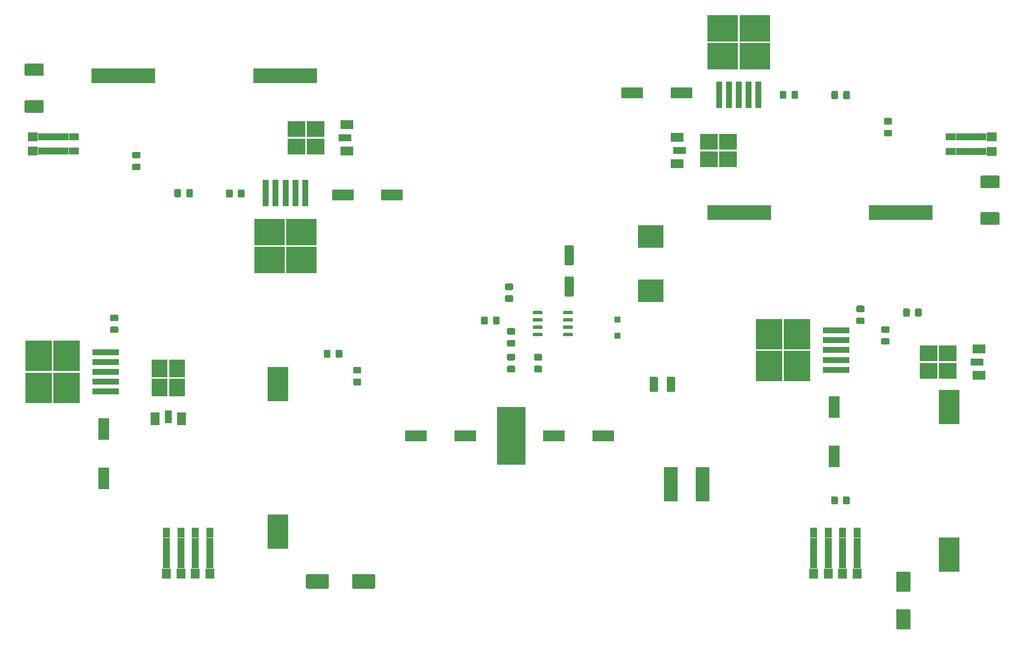
<source format=gbr>
G04 #@! TF.GenerationSoftware,KiCad,Pcbnew,(5.1.5)-3*
G04 #@! TF.CreationDate,2020-05-22T15:31:26-05:00*
G04 #@! TF.ProjectId,Power_Board,506f7765-725f-4426-9f61-72642e6b6963,rev?*
G04 #@! TF.SameCoordinates,Original*
G04 #@! TF.FileFunction,Paste,Top*
G04 #@! TF.FilePolarity,Positive*
%FSLAX46Y46*%
G04 Gerber Fmt 4.6, Leading zero omitted, Abs format (unit mm)*
G04 Created by KiCad (PCBNEW (5.1.5)-3) date 2020-05-22 15:31:26*
%MOMM*%
%LPD*%
G04 APERTURE LIST*
%ADD10R,1.905000X3.708400*%
%ADD11R,4.550000X5.250000*%
%ADD12R,4.600000X1.100000*%
%ADD13R,2.300000X1.500000*%
%ADD14R,2.200000X1.200000*%
%ADD15R,3.050000X2.750000*%
%ADD16R,2.750000X3.050000*%
%ADD17R,1.500000X2.300000*%
%ADD18R,1.200000X2.200000*%
%ADD19R,5.300000X1.200000*%
%ADD20R,1.800000X1.200000*%
%ADD21R,1.800000X1.500000*%
%ADD22C,0.100000*%
%ADD23R,3.708400X1.905000*%
%ADD24R,11.000000X2.500000*%
%ADD25R,1.100000X4.600000*%
%ADD26R,5.250000X4.550000*%
%ADD27R,1.200000X5.300000*%
%ADD28R,1.200000X1.800000*%
%ADD29R,1.500000X1.800000*%
%ADD30R,3.600000X6.000000*%
%ADD31R,2.450000X5.900000*%
%ADD32R,4.500000X4.000000*%
%ADD33R,5.000000X10.000000*%
%ADD34R,1.100000X1.100000*%
G04 APERTURE END LIST*
D10*
X204937360Y-109538760D03*
X204937360Y-118047760D03*
D11*
X198538540Y-96858260D03*
X193688540Y-102408260D03*
X198538540Y-102408260D03*
X193688540Y-96858260D03*
D12*
X205263540Y-96233260D03*
X205263540Y-97933260D03*
X205263540Y-99633260D03*
X205263540Y-101333260D03*
X205263540Y-103033260D03*
D13*
X230045860Y-103978300D03*
D14*
X229695860Y-101698300D03*
D13*
X230045860Y-99418300D03*
D15*
X221304860Y-100174300D03*
X224606860Y-103222300D03*
X221304860Y-103222300D03*
X224606860Y-100174300D03*
D16*
X91221040Y-106082840D03*
X88173040Y-102780840D03*
X88173040Y-106082840D03*
X91221040Y-102780840D03*
D17*
X91977040Y-111521840D03*
D18*
X89697040Y-111171840D03*
D17*
X87417040Y-111521840D03*
D10*
X78533740Y-113317520D03*
X78533740Y-121826520D03*
D12*
X78860440Y-106811520D03*
X78860440Y-105111520D03*
X78860440Y-103411520D03*
X78860440Y-101711520D03*
X78860440Y-100011520D03*
D11*
X67285440Y-100636520D03*
X72135440Y-106186520D03*
X67285440Y-106186520D03*
X72135440Y-100636520D03*
D19*
X228645140Y-62707520D03*
X228645140Y-65207520D03*
D20*
X225095140Y-62707520D03*
X225095140Y-65207520D03*
D21*
X232195140Y-65207520D03*
X232195140Y-62707520D03*
D22*
G36*
X214738745Y-61456924D02*
G01*
X214763013Y-61460524D01*
X214786812Y-61466485D01*
X214809911Y-61474750D01*
X214832090Y-61485240D01*
X214853133Y-61497852D01*
X214872839Y-61512467D01*
X214891017Y-61528943D01*
X214907493Y-61547121D01*
X214922108Y-61566827D01*
X214934720Y-61587870D01*
X214945210Y-61610049D01*
X214953475Y-61633148D01*
X214959436Y-61656947D01*
X214963036Y-61681215D01*
X214964240Y-61705719D01*
X214964240Y-62355721D01*
X214963036Y-62380225D01*
X214959436Y-62404493D01*
X214953475Y-62428292D01*
X214945210Y-62451391D01*
X214934720Y-62473570D01*
X214922108Y-62494613D01*
X214907493Y-62514319D01*
X214891017Y-62532497D01*
X214872839Y-62548973D01*
X214853133Y-62563588D01*
X214832090Y-62576200D01*
X214809911Y-62586690D01*
X214786812Y-62594955D01*
X214763013Y-62600916D01*
X214738745Y-62604516D01*
X214714241Y-62605720D01*
X213814239Y-62605720D01*
X213789735Y-62604516D01*
X213765467Y-62600916D01*
X213741668Y-62594955D01*
X213718569Y-62586690D01*
X213696390Y-62576200D01*
X213675347Y-62563588D01*
X213655641Y-62548973D01*
X213637463Y-62532497D01*
X213620987Y-62514319D01*
X213606372Y-62494613D01*
X213593760Y-62473570D01*
X213583270Y-62451391D01*
X213575005Y-62428292D01*
X213569044Y-62404493D01*
X213565444Y-62380225D01*
X213564240Y-62355721D01*
X213564240Y-61705719D01*
X213565444Y-61681215D01*
X213569044Y-61656947D01*
X213575005Y-61633148D01*
X213583270Y-61610049D01*
X213593760Y-61587870D01*
X213606372Y-61566827D01*
X213620987Y-61547121D01*
X213637463Y-61528943D01*
X213655641Y-61512467D01*
X213675347Y-61497852D01*
X213696390Y-61485240D01*
X213718569Y-61474750D01*
X213741668Y-61466485D01*
X213765467Y-61460524D01*
X213789735Y-61456924D01*
X213814239Y-61455720D01*
X214714241Y-61455720D01*
X214738745Y-61456924D01*
G37*
G36*
X214738745Y-59406924D02*
G01*
X214763013Y-59410524D01*
X214786812Y-59416485D01*
X214809911Y-59424750D01*
X214832090Y-59435240D01*
X214853133Y-59447852D01*
X214872839Y-59462467D01*
X214891017Y-59478943D01*
X214907493Y-59497121D01*
X214922108Y-59516827D01*
X214934720Y-59537870D01*
X214945210Y-59560049D01*
X214953475Y-59583148D01*
X214959436Y-59606947D01*
X214963036Y-59631215D01*
X214964240Y-59655719D01*
X214964240Y-60305721D01*
X214963036Y-60330225D01*
X214959436Y-60354493D01*
X214953475Y-60378292D01*
X214945210Y-60401391D01*
X214934720Y-60423570D01*
X214922108Y-60444613D01*
X214907493Y-60464319D01*
X214891017Y-60482497D01*
X214872839Y-60498973D01*
X214853133Y-60513588D01*
X214832090Y-60526200D01*
X214809911Y-60536690D01*
X214786812Y-60544955D01*
X214763013Y-60550916D01*
X214738745Y-60554516D01*
X214714241Y-60555720D01*
X213814239Y-60555720D01*
X213789735Y-60554516D01*
X213765467Y-60550916D01*
X213741668Y-60544955D01*
X213718569Y-60536690D01*
X213696390Y-60526200D01*
X213675347Y-60513588D01*
X213655641Y-60498973D01*
X213637463Y-60482497D01*
X213620987Y-60464319D01*
X213606372Y-60444613D01*
X213593760Y-60423570D01*
X213583270Y-60401391D01*
X213575005Y-60378292D01*
X213569044Y-60354493D01*
X213565444Y-60330225D01*
X213564240Y-60305721D01*
X213564240Y-59655719D01*
X213565444Y-59631215D01*
X213569044Y-59606947D01*
X213575005Y-59583148D01*
X213583270Y-59560049D01*
X213593760Y-59537870D01*
X213606372Y-59516827D01*
X213620987Y-59497121D01*
X213637463Y-59478943D01*
X213655641Y-59462467D01*
X213675347Y-59447852D01*
X213696390Y-59435240D01*
X213718569Y-59424750D01*
X213741668Y-59416485D01*
X213765467Y-59410524D01*
X213789735Y-59406924D01*
X213814239Y-59405720D01*
X214714241Y-59405720D01*
X214738745Y-59406924D01*
G37*
D23*
X178539140Y-55100220D03*
X170030140Y-55100220D03*
D22*
G36*
X233354643Y-69381124D02*
G01*
X233378912Y-69384724D01*
X233402710Y-69390685D01*
X233425810Y-69398950D01*
X233447989Y-69409440D01*
X233469032Y-69422053D01*
X233488738Y-69436668D01*
X233506916Y-69453144D01*
X233523392Y-69471322D01*
X233538007Y-69491028D01*
X233550620Y-69512071D01*
X233561110Y-69534250D01*
X233569375Y-69557350D01*
X233575336Y-69581148D01*
X233578936Y-69605417D01*
X233580140Y-69629921D01*
X233580140Y-71304919D01*
X233578936Y-71329423D01*
X233575336Y-71353692D01*
X233569375Y-71377490D01*
X233561110Y-71400590D01*
X233550620Y-71422769D01*
X233538007Y-71443812D01*
X233523392Y-71463518D01*
X233506916Y-71481696D01*
X233488738Y-71498172D01*
X233469032Y-71512787D01*
X233447989Y-71525400D01*
X233425810Y-71535890D01*
X233402710Y-71544155D01*
X233378912Y-71550116D01*
X233354643Y-71553716D01*
X233330139Y-71554920D01*
X230530141Y-71554920D01*
X230505637Y-71553716D01*
X230481368Y-71550116D01*
X230457570Y-71544155D01*
X230434470Y-71535890D01*
X230412291Y-71525400D01*
X230391248Y-71512787D01*
X230371542Y-71498172D01*
X230353364Y-71481696D01*
X230336888Y-71463518D01*
X230322273Y-71443812D01*
X230309660Y-71422769D01*
X230299170Y-71400590D01*
X230290905Y-71377490D01*
X230284944Y-71353692D01*
X230281344Y-71329423D01*
X230280140Y-71304919D01*
X230280140Y-69629921D01*
X230281344Y-69605417D01*
X230284944Y-69581148D01*
X230290905Y-69557350D01*
X230299170Y-69534250D01*
X230309660Y-69512071D01*
X230322273Y-69491028D01*
X230336888Y-69471322D01*
X230353364Y-69453144D01*
X230371542Y-69436668D01*
X230391248Y-69422053D01*
X230412291Y-69409440D01*
X230434470Y-69398950D01*
X230457570Y-69390685D01*
X230481368Y-69384724D01*
X230505637Y-69381124D01*
X230530141Y-69379920D01*
X233330139Y-69379920D01*
X233354643Y-69381124D01*
G37*
G36*
X233354643Y-75756124D02*
G01*
X233378912Y-75759724D01*
X233402710Y-75765685D01*
X233425810Y-75773950D01*
X233447989Y-75784440D01*
X233469032Y-75797053D01*
X233488738Y-75811668D01*
X233506916Y-75828144D01*
X233523392Y-75846322D01*
X233538007Y-75866028D01*
X233550620Y-75887071D01*
X233561110Y-75909250D01*
X233569375Y-75932350D01*
X233575336Y-75956148D01*
X233578936Y-75980417D01*
X233580140Y-76004921D01*
X233580140Y-77679919D01*
X233578936Y-77704423D01*
X233575336Y-77728692D01*
X233569375Y-77752490D01*
X233561110Y-77775590D01*
X233550620Y-77797769D01*
X233538007Y-77818812D01*
X233523392Y-77838518D01*
X233506916Y-77856696D01*
X233488738Y-77873172D01*
X233469032Y-77887787D01*
X233447989Y-77900400D01*
X233425810Y-77910890D01*
X233402710Y-77919155D01*
X233378912Y-77925116D01*
X233354643Y-77928716D01*
X233330139Y-77929920D01*
X230530141Y-77929920D01*
X230505637Y-77928716D01*
X230481368Y-77925116D01*
X230457570Y-77919155D01*
X230434470Y-77910890D01*
X230412291Y-77900400D01*
X230391248Y-77887787D01*
X230371542Y-77873172D01*
X230353364Y-77856696D01*
X230336888Y-77838518D01*
X230322273Y-77818812D01*
X230309660Y-77797769D01*
X230299170Y-77775590D01*
X230290905Y-77752490D01*
X230284944Y-77728692D01*
X230281344Y-77704423D01*
X230280140Y-77679919D01*
X230280140Y-76004921D01*
X230281344Y-75980417D01*
X230284944Y-75956148D01*
X230290905Y-75932350D01*
X230299170Y-75909250D01*
X230309660Y-75887071D01*
X230322273Y-75866028D01*
X230336888Y-75846322D01*
X230353364Y-75828144D01*
X230371542Y-75811668D01*
X230391248Y-75797053D01*
X230412291Y-75784440D01*
X230434470Y-75773950D01*
X230457570Y-75765685D01*
X230481368Y-75759724D01*
X230505637Y-75756124D01*
X230530141Y-75754920D01*
X233330139Y-75754920D01*
X233354643Y-75756124D01*
G37*
D24*
X188504040Y-75813920D03*
X216504040Y-75813920D03*
D15*
X183250840Y-66555620D03*
X186552840Y-63507620D03*
X183250840Y-63507620D03*
X186552840Y-66555620D03*
D13*
X177811840Y-67311620D03*
D14*
X178161840Y-65031620D03*
D13*
X177811840Y-62751620D03*
D25*
X185045140Y-55426920D03*
X186745140Y-55426920D03*
X188445140Y-55426920D03*
X190145140Y-55426920D03*
X191845140Y-55426920D03*
D26*
X191220140Y-43851920D03*
X185670140Y-48701920D03*
X185670140Y-43851920D03*
X191220140Y-48701920D03*
D22*
G36*
X198506445Y-54693524D02*
G01*
X198530713Y-54697124D01*
X198554512Y-54703085D01*
X198577611Y-54711350D01*
X198599790Y-54721840D01*
X198620833Y-54734452D01*
X198640539Y-54749067D01*
X198658717Y-54765543D01*
X198675193Y-54783721D01*
X198689808Y-54803427D01*
X198702420Y-54824470D01*
X198712910Y-54846649D01*
X198721175Y-54869748D01*
X198727136Y-54893547D01*
X198730736Y-54917815D01*
X198731940Y-54942319D01*
X198731940Y-55842321D01*
X198730736Y-55866825D01*
X198727136Y-55891093D01*
X198721175Y-55914892D01*
X198712910Y-55937991D01*
X198702420Y-55960170D01*
X198689808Y-55981213D01*
X198675193Y-56000919D01*
X198658717Y-56019097D01*
X198640539Y-56035573D01*
X198620833Y-56050188D01*
X198599790Y-56062800D01*
X198577611Y-56073290D01*
X198554512Y-56081555D01*
X198530713Y-56087516D01*
X198506445Y-56091116D01*
X198481941Y-56092320D01*
X197831939Y-56092320D01*
X197807435Y-56091116D01*
X197783167Y-56087516D01*
X197759368Y-56081555D01*
X197736269Y-56073290D01*
X197714090Y-56062800D01*
X197693047Y-56050188D01*
X197673341Y-56035573D01*
X197655163Y-56019097D01*
X197638687Y-56000919D01*
X197624072Y-55981213D01*
X197611460Y-55960170D01*
X197600970Y-55937991D01*
X197592705Y-55914892D01*
X197586744Y-55891093D01*
X197583144Y-55866825D01*
X197581940Y-55842321D01*
X197581940Y-54942319D01*
X197583144Y-54917815D01*
X197586744Y-54893547D01*
X197592705Y-54869748D01*
X197600970Y-54846649D01*
X197611460Y-54824470D01*
X197624072Y-54803427D01*
X197638687Y-54783721D01*
X197655163Y-54765543D01*
X197673341Y-54749067D01*
X197693047Y-54734452D01*
X197714090Y-54721840D01*
X197736269Y-54711350D01*
X197759368Y-54703085D01*
X197783167Y-54697124D01*
X197807435Y-54693524D01*
X197831939Y-54692320D01*
X198481941Y-54692320D01*
X198506445Y-54693524D01*
G37*
G36*
X196456445Y-54693524D02*
G01*
X196480713Y-54697124D01*
X196504512Y-54703085D01*
X196527611Y-54711350D01*
X196549790Y-54721840D01*
X196570833Y-54734452D01*
X196590539Y-54749067D01*
X196608717Y-54765543D01*
X196625193Y-54783721D01*
X196639808Y-54803427D01*
X196652420Y-54824470D01*
X196662910Y-54846649D01*
X196671175Y-54869748D01*
X196677136Y-54893547D01*
X196680736Y-54917815D01*
X196681940Y-54942319D01*
X196681940Y-55842321D01*
X196680736Y-55866825D01*
X196677136Y-55891093D01*
X196671175Y-55914892D01*
X196662910Y-55937991D01*
X196652420Y-55960170D01*
X196639808Y-55981213D01*
X196625193Y-56000919D01*
X196608717Y-56019097D01*
X196590539Y-56035573D01*
X196570833Y-56050188D01*
X196549790Y-56062800D01*
X196527611Y-56073290D01*
X196504512Y-56081555D01*
X196480713Y-56087516D01*
X196456445Y-56091116D01*
X196431941Y-56092320D01*
X195781939Y-56092320D01*
X195757435Y-56091116D01*
X195733167Y-56087516D01*
X195709368Y-56081555D01*
X195686269Y-56073290D01*
X195664090Y-56062800D01*
X195643047Y-56050188D01*
X195623341Y-56035573D01*
X195605163Y-56019097D01*
X195588687Y-56000919D01*
X195574072Y-55981213D01*
X195561460Y-55960170D01*
X195550970Y-55937991D01*
X195542705Y-55914892D01*
X195536744Y-55891093D01*
X195533144Y-55866825D01*
X195531940Y-55842321D01*
X195531940Y-54942319D01*
X195533144Y-54917815D01*
X195536744Y-54893547D01*
X195542705Y-54869748D01*
X195550970Y-54846649D01*
X195561460Y-54824470D01*
X195574072Y-54803427D01*
X195588687Y-54783721D01*
X195605163Y-54765543D01*
X195623341Y-54749067D01*
X195643047Y-54734452D01*
X195664090Y-54721840D01*
X195686269Y-54711350D01*
X195709368Y-54703085D01*
X195733167Y-54697124D01*
X195757435Y-54693524D01*
X195781939Y-54692320D01*
X196431941Y-54692320D01*
X196456445Y-54693524D01*
G37*
G36*
X205397245Y-54744324D02*
G01*
X205421513Y-54747924D01*
X205445312Y-54753885D01*
X205468411Y-54762150D01*
X205490590Y-54772640D01*
X205511633Y-54785252D01*
X205531339Y-54799867D01*
X205549517Y-54816343D01*
X205565993Y-54834521D01*
X205580608Y-54854227D01*
X205593220Y-54875270D01*
X205603710Y-54897449D01*
X205611975Y-54920548D01*
X205617936Y-54944347D01*
X205621536Y-54968615D01*
X205622740Y-54993119D01*
X205622740Y-55893121D01*
X205621536Y-55917625D01*
X205617936Y-55941893D01*
X205611975Y-55965692D01*
X205603710Y-55988791D01*
X205593220Y-56010970D01*
X205580608Y-56032013D01*
X205565993Y-56051719D01*
X205549517Y-56069897D01*
X205531339Y-56086373D01*
X205511633Y-56100988D01*
X205490590Y-56113600D01*
X205468411Y-56124090D01*
X205445312Y-56132355D01*
X205421513Y-56138316D01*
X205397245Y-56141916D01*
X205372741Y-56143120D01*
X204722739Y-56143120D01*
X204698235Y-56141916D01*
X204673967Y-56138316D01*
X204650168Y-56132355D01*
X204627069Y-56124090D01*
X204604890Y-56113600D01*
X204583847Y-56100988D01*
X204564141Y-56086373D01*
X204545963Y-56069897D01*
X204529487Y-56051719D01*
X204514872Y-56032013D01*
X204502260Y-56010970D01*
X204491770Y-55988791D01*
X204483505Y-55965692D01*
X204477544Y-55941893D01*
X204473944Y-55917625D01*
X204472740Y-55893121D01*
X204472740Y-54993119D01*
X204473944Y-54968615D01*
X204477544Y-54944347D01*
X204483505Y-54920548D01*
X204491770Y-54897449D01*
X204502260Y-54875270D01*
X204514872Y-54854227D01*
X204529487Y-54834521D01*
X204545963Y-54816343D01*
X204564141Y-54799867D01*
X204583847Y-54785252D01*
X204604890Y-54772640D01*
X204627069Y-54762150D01*
X204650168Y-54753885D01*
X204673967Y-54747924D01*
X204698235Y-54744324D01*
X204722739Y-54743120D01*
X205372741Y-54743120D01*
X205397245Y-54744324D01*
G37*
G36*
X207447245Y-54744324D02*
G01*
X207471513Y-54747924D01*
X207495312Y-54753885D01*
X207518411Y-54762150D01*
X207540590Y-54772640D01*
X207561633Y-54785252D01*
X207581339Y-54799867D01*
X207599517Y-54816343D01*
X207615993Y-54834521D01*
X207630608Y-54854227D01*
X207643220Y-54875270D01*
X207653710Y-54897449D01*
X207661975Y-54920548D01*
X207667936Y-54944347D01*
X207671536Y-54968615D01*
X207672740Y-54993119D01*
X207672740Y-55893121D01*
X207671536Y-55917625D01*
X207667936Y-55941893D01*
X207661975Y-55965692D01*
X207653710Y-55988791D01*
X207643220Y-56010970D01*
X207630608Y-56032013D01*
X207615993Y-56051719D01*
X207599517Y-56069897D01*
X207581339Y-56086373D01*
X207561633Y-56100988D01*
X207540590Y-56113600D01*
X207518411Y-56124090D01*
X207495312Y-56132355D01*
X207471513Y-56138316D01*
X207447245Y-56141916D01*
X207422741Y-56143120D01*
X206772739Y-56143120D01*
X206748235Y-56141916D01*
X206723967Y-56138316D01*
X206700168Y-56132355D01*
X206677069Y-56124090D01*
X206654890Y-56113600D01*
X206633847Y-56100988D01*
X206614141Y-56086373D01*
X206595963Y-56069897D01*
X206579487Y-56051719D01*
X206564872Y-56032013D01*
X206552260Y-56010970D01*
X206541770Y-55988791D01*
X206533505Y-55965692D01*
X206527544Y-55941893D01*
X206523944Y-55917625D01*
X206522740Y-55893121D01*
X206522740Y-54993119D01*
X206523944Y-54968615D01*
X206527544Y-54944347D01*
X206533505Y-54920548D01*
X206541770Y-54897449D01*
X206552260Y-54875270D01*
X206564872Y-54854227D01*
X206579487Y-54834521D01*
X206595963Y-54816343D01*
X206614141Y-54799867D01*
X206633847Y-54785252D01*
X206654890Y-54772640D01*
X206677069Y-54762150D01*
X206700168Y-54753885D01*
X206723967Y-54747924D01*
X206748235Y-54744324D01*
X206772739Y-54743120D01*
X207422741Y-54743120D01*
X207447245Y-54744324D01*
G37*
G36*
X91704305Y-71742004D02*
G01*
X91728573Y-71745604D01*
X91752372Y-71751565D01*
X91775471Y-71759830D01*
X91797650Y-71770320D01*
X91818693Y-71782932D01*
X91838399Y-71797547D01*
X91856577Y-71814023D01*
X91873053Y-71832201D01*
X91887668Y-71851907D01*
X91900280Y-71872950D01*
X91910770Y-71895129D01*
X91919035Y-71918228D01*
X91924996Y-71942027D01*
X91928596Y-71966295D01*
X91929800Y-71990799D01*
X91929800Y-72890801D01*
X91928596Y-72915305D01*
X91924996Y-72939573D01*
X91919035Y-72963372D01*
X91910770Y-72986471D01*
X91900280Y-73008650D01*
X91887668Y-73029693D01*
X91873053Y-73049399D01*
X91856577Y-73067577D01*
X91838399Y-73084053D01*
X91818693Y-73098668D01*
X91797650Y-73111280D01*
X91775471Y-73121770D01*
X91752372Y-73130035D01*
X91728573Y-73135996D01*
X91704305Y-73139596D01*
X91679801Y-73140800D01*
X91029799Y-73140800D01*
X91005295Y-73139596D01*
X90981027Y-73135996D01*
X90957228Y-73130035D01*
X90934129Y-73121770D01*
X90911950Y-73111280D01*
X90890907Y-73098668D01*
X90871201Y-73084053D01*
X90853023Y-73067577D01*
X90836547Y-73049399D01*
X90821932Y-73029693D01*
X90809320Y-73008650D01*
X90798830Y-72986471D01*
X90790565Y-72963372D01*
X90784604Y-72939573D01*
X90781004Y-72915305D01*
X90779800Y-72890801D01*
X90779800Y-71990799D01*
X90781004Y-71966295D01*
X90784604Y-71942027D01*
X90790565Y-71918228D01*
X90798830Y-71895129D01*
X90809320Y-71872950D01*
X90821932Y-71851907D01*
X90836547Y-71832201D01*
X90853023Y-71814023D01*
X90871201Y-71797547D01*
X90890907Y-71782932D01*
X90911950Y-71770320D01*
X90934129Y-71759830D01*
X90957228Y-71751565D01*
X90981027Y-71745604D01*
X91005295Y-71742004D01*
X91029799Y-71740800D01*
X91679801Y-71740800D01*
X91704305Y-71742004D01*
G37*
G36*
X93754305Y-71742004D02*
G01*
X93778573Y-71745604D01*
X93802372Y-71751565D01*
X93825471Y-71759830D01*
X93847650Y-71770320D01*
X93868693Y-71782932D01*
X93888399Y-71797547D01*
X93906577Y-71814023D01*
X93923053Y-71832201D01*
X93937668Y-71851907D01*
X93950280Y-71872950D01*
X93960770Y-71895129D01*
X93969035Y-71918228D01*
X93974996Y-71942027D01*
X93978596Y-71966295D01*
X93979800Y-71990799D01*
X93979800Y-72890801D01*
X93978596Y-72915305D01*
X93974996Y-72939573D01*
X93969035Y-72963372D01*
X93960770Y-72986471D01*
X93950280Y-73008650D01*
X93937668Y-73029693D01*
X93923053Y-73049399D01*
X93906577Y-73067577D01*
X93888399Y-73084053D01*
X93868693Y-73098668D01*
X93847650Y-73111280D01*
X93825471Y-73121770D01*
X93802372Y-73130035D01*
X93778573Y-73135996D01*
X93754305Y-73139596D01*
X93729801Y-73140800D01*
X93079799Y-73140800D01*
X93055295Y-73139596D01*
X93031027Y-73135996D01*
X93007228Y-73130035D01*
X92984129Y-73121770D01*
X92961950Y-73111280D01*
X92940907Y-73098668D01*
X92921201Y-73084053D01*
X92903023Y-73067577D01*
X92886547Y-73049399D01*
X92871932Y-73029693D01*
X92859320Y-73008650D01*
X92848830Y-72986471D01*
X92840565Y-72963372D01*
X92834604Y-72939573D01*
X92831004Y-72915305D01*
X92829800Y-72890801D01*
X92829800Y-71990799D01*
X92831004Y-71966295D01*
X92834604Y-71942027D01*
X92840565Y-71918228D01*
X92848830Y-71895129D01*
X92859320Y-71872950D01*
X92871932Y-71851907D01*
X92886547Y-71832201D01*
X92903023Y-71814023D01*
X92921201Y-71797547D01*
X92940907Y-71782932D01*
X92961950Y-71770320D01*
X92984129Y-71759830D01*
X93007228Y-71751565D01*
X93031027Y-71745604D01*
X93055295Y-71742004D01*
X93079799Y-71740800D01*
X93729801Y-71740800D01*
X93754305Y-71742004D01*
G37*
D19*
X69807400Y-65176400D03*
X69807400Y-62676400D03*
D20*
X73357400Y-65176400D03*
X73357400Y-62676400D03*
D21*
X66257400Y-62676400D03*
X66257400Y-65176400D03*
D27*
X96909800Y-134794400D03*
X94409800Y-134794400D03*
X91909800Y-134794400D03*
X89409800Y-134794400D03*
D28*
X96909800Y-131244400D03*
X94409800Y-131244400D03*
X91909800Y-131244400D03*
X89409800Y-131244400D03*
D29*
X96909800Y-138344400D03*
X94409800Y-138344400D03*
X91909800Y-138344400D03*
X89409800Y-138344400D03*
X201420200Y-138344400D03*
X203920200Y-138344400D03*
X206420200Y-138344400D03*
X208920200Y-138344400D03*
D28*
X201420200Y-131244400D03*
X203920200Y-131244400D03*
X206420200Y-131244400D03*
X208920200Y-131244400D03*
D27*
X201420200Y-134794400D03*
X203920200Y-134794400D03*
X206420200Y-134794400D03*
X208920200Y-134794400D03*
D22*
G36*
X159579223Y-92843722D02*
G01*
X159593784Y-92845882D01*
X159608063Y-92849459D01*
X159621923Y-92854418D01*
X159635230Y-92860712D01*
X159647856Y-92868280D01*
X159659679Y-92877048D01*
X159670586Y-92886934D01*
X159680472Y-92897841D01*
X159689240Y-92909664D01*
X159696808Y-92922290D01*
X159703102Y-92935597D01*
X159708061Y-92949457D01*
X159711638Y-92963736D01*
X159713798Y-92978297D01*
X159714520Y-92993000D01*
X159714520Y-93293000D01*
X159713798Y-93307703D01*
X159711638Y-93322264D01*
X159708061Y-93336543D01*
X159703102Y-93350403D01*
X159696808Y-93363710D01*
X159689240Y-93376336D01*
X159680472Y-93388159D01*
X159670586Y-93399066D01*
X159659679Y-93408952D01*
X159647856Y-93417720D01*
X159635230Y-93425288D01*
X159621923Y-93431582D01*
X159608063Y-93436541D01*
X159593784Y-93440118D01*
X159579223Y-93442278D01*
X159564520Y-93443000D01*
X158214520Y-93443000D01*
X158199817Y-93442278D01*
X158185256Y-93440118D01*
X158170977Y-93436541D01*
X158157117Y-93431582D01*
X158143810Y-93425288D01*
X158131184Y-93417720D01*
X158119361Y-93408952D01*
X158108454Y-93399066D01*
X158098568Y-93388159D01*
X158089800Y-93376336D01*
X158082232Y-93363710D01*
X158075938Y-93350403D01*
X158070979Y-93336543D01*
X158067402Y-93322264D01*
X158065242Y-93307703D01*
X158064520Y-93293000D01*
X158064520Y-92993000D01*
X158065242Y-92978297D01*
X158067402Y-92963736D01*
X158070979Y-92949457D01*
X158075938Y-92935597D01*
X158082232Y-92922290D01*
X158089800Y-92909664D01*
X158098568Y-92897841D01*
X158108454Y-92886934D01*
X158119361Y-92877048D01*
X158131184Y-92868280D01*
X158143810Y-92860712D01*
X158157117Y-92854418D01*
X158170977Y-92849459D01*
X158185256Y-92845882D01*
X158199817Y-92843722D01*
X158214520Y-92843000D01*
X159564520Y-92843000D01*
X159579223Y-92843722D01*
G37*
G36*
X159579223Y-94113722D02*
G01*
X159593784Y-94115882D01*
X159608063Y-94119459D01*
X159621923Y-94124418D01*
X159635230Y-94130712D01*
X159647856Y-94138280D01*
X159659679Y-94147048D01*
X159670586Y-94156934D01*
X159680472Y-94167841D01*
X159689240Y-94179664D01*
X159696808Y-94192290D01*
X159703102Y-94205597D01*
X159708061Y-94219457D01*
X159711638Y-94233736D01*
X159713798Y-94248297D01*
X159714520Y-94263000D01*
X159714520Y-94563000D01*
X159713798Y-94577703D01*
X159711638Y-94592264D01*
X159708061Y-94606543D01*
X159703102Y-94620403D01*
X159696808Y-94633710D01*
X159689240Y-94646336D01*
X159680472Y-94658159D01*
X159670586Y-94669066D01*
X159659679Y-94678952D01*
X159647856Y-94687720D01*
X159635230Y-94695288D01*
X159621923Y-94701582D01*
X159608063Y-94706541D01*
X159593784Y-94710118D01*
X159579223Y-94712278D01*
X159564520Y-94713000D01*
X158214520Y-94713000D01*
X158199817Y-94712278D01*
X158185256Y-94710118D01*
X158170977Y-94706541D01*
X158157117Y-94701582D01*
X158143810Y-94695288D01*
X158131184Y-94687720D01*
X158119361Y-94678952D01*
X158108454Y-94669066D01*
X158098568Y-94658159D01*
X158089800Y-94646336D01*
X158082232Y-94633710D01*
X158075938Y-94620403D01*
X158070979Y-94606543D01*
X158067402Y-94592264D01*
X158065242Y-94577703D01*
X158064520Y-94563000D01*
X158064520Y-94263000D01*
X158065242Y-94248297D01*
X158067402Y-94233736D01*
X158070979Y-94219457D01*
X158075938Y-94205597D01*
X158082232Y-94192290D01*
X158089800Y-94179664D01*
X158098568Y-94167841D01*
X158108454Y-94156934D01*
X158119361Y-94147048D01*
X158131184Y-94138280D01*
X158143810Y-94130712D01*
X158157117Y-94124418D01*
X158170977Y-94119459D01*
X158185256Y-94115882D01*
X158199817Y-94113722D01*
X158214520Y-94113000D01*
X159564520Y-94113000D01*
X159579223Y-94113722D01*
G37*
G36*
X159579223Y-95383722D02*
G01*
X159593784Y-95385882D01*
X159608063Y-95389459D01*
X159621923Y-95394418D01*
X159635230Y-95400712D01*
X159647856Y-95408280D01*
X159659679Y-95417048D01*
X159670586Y-95426934D01*
X159680472Y-95437841D01*
X159689240Y-95449664D01*
X159696808Y-95462290D01*
X159703102Y-95475597D01*
X159708061Y-95489457D01*
X159711638Y-95503736D01*
X159713798Y-95518297D01*
X159714520Y-95533000D01*
X159714520Y-95833000D01*
X159713798Y-95847703D01*
X159711638Y-95862264D01*
X159708061Y-95876543D01*
X159703102Y-95890403D01*
X159696808Y-95903710D01*
X159689240Y-95916336D01*
X159680472Y-95928159D01*
X159670586Y-95939066D01*
X159659679Y-95948952D01*
X159647856Y-95957720D01*
X159635230Y-95965288D01*
X159621923Y-95971582D01*
X159608063Y-95976541D01*
X159593784Y-95980118D01*
X159579223Y-95982278D01*
X159564520Y-95983000D01*
X158214520Y-95983000D01*
X158199817Y-95982278D01*
X158185256Y-95980118D01*
X158170977Y-95976541D01*
X158157117Y-95971582D01*
X158143810Y-95965288D01*
X158131184Y-95957720D01*
X158119361Y-95948952D01*
X158108454Y-95939066D01*
X158098568Y-95928159D01*
X158089800Y-95916336D01*
X158082232Y-95903710D01*
X158075938Y-95890403D01*
X158070979Y-95876543D01*
X158067402Y-95862264D01*
X158065242Y-95847703D01*
X158064520Y-95833000D01*
X158064520Y-95533000D01*
X158065242Y-95518297D01*
X158067402Y-95503736D01*
X158070979Y-95489457D01*
X158075938Y-95475597D01*
X158082232Y-95462290D01*
X158089800Y-95449664D01*
X158098568Y-95437841D01*
X158108454Y-95426934D01*
X158119361Y-95417048D01*
X158131184Y-95408280D01*
X158143810Y-95400712D01*
X158157117Y-95394418D01*
X158170977Y-95389459D01*
X158185256Y-95385882D01*
X158199817Y-95383722D01*
X158214520Y-95383000D01*
X159564520Y-95383000D01*
X159579223Y-95383722D01*
G37*
G36*
X159579223Y-96653722D02*
G01*
X159593784Y-96655882D01*
X159608063Y-96659459D01*
X159621923Y-96664418D01*
X159635230Y-96670712D01*
X159647856Y-96678280D01*
X159659679Y-96687048D01*
X159670586Y-96696934D01*
X159680472Y-96707841D01*
X159689240Y-96719664D01*
X159696808Y-96732290D01*
X159703102Y-96745597D01*
X159708061Y-96759457D01*
X159711638Y-96773736D01*
X159713798Y-96788297D01*
X159714520Y-96803000D01*
X159714520Y-97103000D01*
X159713798Y-97117703D01*
X159711638Y-97132264D01*
X159708061Y-97146543D01*
X159703102Y-97160403D01*
X159696808Y-97173710D01*
X159689240Y-97186336D01*
X159680472Y-97198159D01*
X159670586Y-97209066D01*
X159659679Y-97218952D01*
X159647856Y-97227720D01*
X159635230Y-97235288D01*
X159621923Y-97241582D01*
X159608063Y-97246541D01*
X159593784Y-97250118D01*
X159579223Y-97252278D01*
X159564520Y-97253000D01*
X158214520Y-97253000D01*
X158199817Y-97252278D01*
X158185256Y-97250118D01*
X158170977Y-97246541D01*
X158157117Y-97241582D01*
X158143810Y-97235288D01*
X158131184Y-97227720D01*
X158119361Y-97218952D01*
X158108454Y-97209066D01*
X158098568Y-97198159D01*
X158089800Y-97186336D01*
X158082232Y-97173710D01*
X158075938Y-97160403D01*
X158070979Y-97146543D01*
X158067402Y-97132264D01*
X158065242Y-97117703D01*
X158064520Y-97103000D01*
X158064520Y-96803000D01*
X158065242Y-96788297D01*
X158067402Y-96773736D01*
X158070979Y-96759457D01*
X158075938Y-96745597D01*
X158082232Y-96732290D01*
X158089800Y-96719664D01*
X158098568Y-96707841D01*
X158108454Y-96696934D01*
X158119361Y-96687048D01*
X158131184Y-96678280D01*
X158143810Y-96670712D01*
X158157117Y-96664418D01*
X158170977Y-96659459D01*
X158185256Y-96655882D01*
X158199817Y-96653722D01*
X158214520Y-96653000D01*
X159564520Y-96653000D01*
X159579223Y-96653722D01*
G37*
G36*
X154329223Y-96653722D02*
G01*
X154343784Y-96655882D01*
X154358063Y-96659459D01*
X154371923Y-96664418D01*
X154385230Y-96670712D01*
X154397856Y-96678280D01*
X154409679Y-96687048D01*
X154420586Y-96696934D01*
X154430472Y-96707841D01*
X154439240Y-96719664D01*
X154446808Y-96732290D01*
X154453102Y-96745597D01*
X154458061Y-96759457D01*
X154461638Y-96773736D01*
X154463798Y-96788297D01*
X154464520Y-96803000D01*
X154464520Y-97103000D01*
X154463798Y-97117703D01*
X154461638Y-97132264D01*
X154458061Y-97146543D01*
X154453102Y-97160403D01*
X154446808Y-97173710D01*
X154439240Y-97186336D01*
X154430472Y-97198159D01*
X154420586Y-97209066D01*
X154409679Y-97218952D01*
X154397856Y-97227720D01*
X154385230Y-97235288D01*
X154371923Y-97241582D01*
X154358063Y-97246541D01*
X154343784Y-97250118D01*
X154329223Y-97252278D01*
X154314520Y-97253000D01*
X152964520Y-97253000D01*
X152949817Y-97252278D01*
X152935256Y-97250118D01*
X152920977Y-97246541D01*
X152907117Y-97241582D01*
X152893810Y-97235288D01*
X152881184Y-97227720D01*
X152869361Y-97218952D01*
X152858454Y-97209066D01*
X152848568Y-97198159D01*
X152839800Y-97186336D01*
X152832232Y-97173710D01*
X152825938Y-97160403D01*
X152820979Y-97146543D01*
X152817402Y-97132264D01*
X152815242Y-97117703D01*
X152814520Y-97103000D01*
X152814520Y-96803000D01*
X152815242Y-96788297D01*
X152817402Y-96773736D01*
X152820979Y-96759457D01*
X152825938Y-96745597D01*
X152832232Y-96732290D01*
X152839800Y-96719664D01*
X152848568Y-96707841D01*
X152858454Y-96696934D01*
X152869361Y-96687048D01*
X152881184Y-96678280D01*
X152893810Y-96670712D01*
X152907117Y-96664418D01*
X152920977Y-96659459D01*
X152935256Y-96655882D01*
X152949817Y-96653722D01*
X152964520Y-96653000D01*
X154314520Y-96653000D01*
X154329223Y-96653722D01*
G37*
G36*
X154329223Y-95383722D02*
G01*
X154343784Y-95385882D01*
X154358063Y-95389459D01*
X154371923Y-95394418D01*
X154385230Y-95400712D01*
X154397856Y-95408280D01*
X154409679Y-95417048D01*
X154420586Y-95426934D01*
X154430472Y-95437841D01*
X154439240Y-95449664D01*
X154446808Y-95462290D01*
X154453102Y-95475597D01*
X154458061Y-95489457D01*
X154461638Y-95503736D01*
X154463798Y-95518297D01*
X154464520Y-95533000D01*
X154464520Y-95833000D01*
X154463798Y-95847703D01*
X154461638Y-95862264D01*
X154458061Y-95876543D01*
X154453102Y-95890403D01*
X154446808Y-95903710D01*
X154439240Y-95916336D01*
X154430472Y-95928159D01*
X154420586Y-95939066D01*
X154409679Y-95948952D01*
X154397856Y-95957720D01*
X154385230Y-95965288D01*
X154371923Y-95971582D01*
X154358063Y-95976541D01*
X154343784Y-95980118D01*
X154329223Y-95982278D01*
X154314520Y-95983000D01*
X152964520Y-95983000D01*
X152949817Y-95982278D01*
X152935256Y-95980118D01*
X152920977Y-95976541D01*
X152907117Y-95971582D01*
X152893810Y-95965288D01*
X152881184Y-95957720D01*
X152869361Y-95948952D01*
X152858454Y-95939066D01*
X152848568Y-95928159D01*
X152839800Y-95916336D01*
X152832232Y-95903710D01*
X152825938Y-95890403D01*
X152820979Y-95876543D01*
X152817402Y-95862264D01*
X152815242Y-95847703D01*
X152814520Y-95833000D01*
X152814520Y-95533000D01*
X152815242Y-95518297D01*
X152817402Y-95503736D01*
X152820979Y-95489457D01*
X152825938Y-95475597D01*
X152832232Y-95462290D01*
X152839800Y-95449664D01*
X152848568Y-95437841D01*
X152858454Y-95426934D01*
X152869361Y-95417048D01*
X152881184Y-95408280D01*
X152893810Y-95400712D01*
X152907117Y-95394418D01*
X152920977Y-95389459D01*
X152935256Y-95385882D01*
X152949817Y-95383722D01*
X152964520Y-95383000D01*
X154314520Y-95383000D01*
X154329223Y-95383722D01*
G37*
G36*
X154329223Y-94113722D02*
G01*
X154343784Y-94115882D01*
X154358063Y-94119459D01*
X154371923Y-94124418D01*
X154385230Y-94130712D01*
X154397856Y-94138280D01*
X154409679Y-94147048D01*
X154420586Y-94156934D01*
X154430472Y-94167841D01*
X154439240Y-94179664D01*
X154446808Y-94192290D01*
X154453102Y-94205597D01*
X154458061Y-94219457D01*
X154461638Y-94233736D01*
X154463798Y-94248297D01*
X154464520Y-94263000D01*
X154464520Y-94563000D01*
X154463798Y-94577703D01*
X154461638Y-94592264D01*
X154458061Y-94606543D01*
X154453102Y-94620403D01*
X154446808Y-94633710D01*
X154439240Y-94646336D01*
X154430472Y-94658159D01*
X154420586Y-94669066D01*
X154409679Y-94678952D01*
X154397856Y-94687720D01*
X154385230Y-94695288D01*
X154371923Y-94701582D01*
X154358063Y-94706541D01*
X154343784Y-94710118D01*
X154329223Y-94712278D01*
X154314520Y-94713000D01*
X152964520Y-94713000D01*
X152949817Y-94712278D01*
X152935256Y-94710118D01*
X152920977Y-94706541D01*
X152907117Y-94701582D01*
X152893810Y-94695288D01*
X152881184Y-94687720D01*
X152869361Y-94678952D01*
X152858454Y-94669066D01*
X152848568Y-94658159D01*
X152839800Y-94646336D01*
X152832232Y-94633710D01*
X152825938Y-94620403D01*
X152820979Y-94606543D01*
X152817402Y-94592264D01*
X152815242Y-94577703D01*
X152814520Y-94563000D01*
X152814520Y-94263000D01*
X152815242Y-94248297D01*
X152817402Y-94233736D01*
X152820979Y-94219457D01*
X152825938Y-94205597D01*
X152832232Y-94192290D01*
X152839800Y-94179664D01*
X152848568Y-94167841D01*
X152858454Y-94156934D01*
X152869361Y-94147048D01*
X152881184Y-94138280D01*
X152893810Y-94130712D01*
X152907117Y-94124418D01*
X152920977Y-94119459D01*
X152935256Y-94115882D01*
X152949817Y-94113722D01*
X152964520Y-94113000D01*
X154314520Y-94113000D01*
X154329223Y-94113722D01*
G37*
G36*
X154329223Y-92843722D02*
G01*
X154343784Y-92845882D01*
X154358063Y-92849459D01*
X154371923Y-92854418D01*
X154385230Y-92860712D01*
X154397856Y-92868280D01*
X154409679Y-92877048D01*
X154420586Y-92886934D01*
X154430472Y-92897841D01*
X154439240Y-92909664D01*
X154446808Y-92922290D01*
X154453102Y-92935597D01*
X154458061Y-92949457D01*
X154461638Y-92963736D01*
X154463798Y-92978297D01*
X154464520Y-92993000D01*
X154464520Y-93293000D01*
X154463798Y-93307703D01*
X154461638Y-93322264D01*
X154458061Y-93336543D01*
X154453102Y-93350403D01*
X154446808Y-93363710D01*
X154439240Y-93376336D01*
X154430472Y-93388159D01*
X154420586Y-93399066D01*
X154409679Y-93408952D01*
X154397856Y-93417720D01*
X154385230Y-93425288D01*
X154371923Y-93431582D01*
X154358063Y-93436541D01*
X154343784Y-93440118D01*
X154329223Y-93442278D01*
X154314520Y-93443000D01*
X152964520Y-93443000D01*
X152949817Y-93442278D01*
X152935256Y-93440118D01*
X152920977Y-93436541D01*
X152907117Y-93431582D01*
X152893810Y-93425288D01*
X152881184Y-93417720D01*
X152869361Y-93408952D01*
X152858454Y-93399066D01*
X152848568Y-93388159D01*
X152839800Y-93376336D01*
X152832232Y-93363710D01*
X152825938Y-93350403D01*
X152820979Y-93336543D01*
X152817402Y-93322264D01*
X152815242Y-93307703D01*
X152814520Y-93293000D01*
X152814520Y-92993000D01*
X152815242Y-92978297D01*
X152817402Y-92963736D01*
X152820979Y-92949457D01*
X152825938Y-92935597D01*
X152832232Y-92922290D01*
X152839800Y-92909664D01*
X152848568Y-92897841D01*
X152858454Y-92886934D01*
X152869361Y-92877048D01*
X152881184Y-92868280D01*
X152893810Y-92860712D01*
X152907117Y-92854418D01*
X152920977Y-92849459D01*
X152935256Y-92845882D01*
X152949817Y-92843722D01*
X152964520Y-92843000D01*
X154314520Y-92843000D01*
X154329223Y-92843722D01*
G37*
D26*
X107232400Y-79182000D03*
X112782400Y-84032000D03*
X112782400Y-79182000D03*
X107232400Y-84032000D03*
D25*
X106607400Y-72457000D03*
X108307400Y-72457000D03*
X110007400Y-72457000D03*
X111707400Y-72457000D03*
X113407400Y-72457000D03*
D22*
G36*
X80844665Y-95523904D02*
G01*
X80868933Y-95527504D01*
X80892732Y-95533465D01*
X80915831Y-95541730D01*
X80938010Y-95552220D01*
X80959053Y-95564832D01*
X80978759Y-95579447D01*
X80996937Y-95595923D01*
X81013413Y-95614101D01*
X81028028Y-95633807D01*
X81040640Y-95654850D01*
X81051130Y-95677029D01*
X81059395Y-95700128D01*
X81065356Y-95723927D01*
X81068956Y-95748195D01*
X81070160Y-95772699D01*
X81070160Y-96422701D01*
X81068956Y-96447205D01*
X81065356Y-96471473D01*
X81059395Y-96495272D01*
X81051130Y-96518371D01*
X81040640Y-96540550D01*
X81028028Y-96561593D01*
X81013413Y-96581299D01*
X80996937Y-96599477D01*
X80978759Y-96615953D01*
X80959053Y-96630568D01*
X80938010Y-96643180D01*
X80915831Y-96653670D01*
X80892732Y-96661935D01*
X80868933Y-96667896D01*
X80844665Y-96671496D01*
X80820161Y-96672700D01*
X79920159Y-96672700D01*
X79895655Y-96671496D01*
X79871387Y-96667896D01*
X79847588Y-96661935D01*
X79824489Y-96653670D01*
X79802310Y-96643180D01*
X79781267Y-96630568D01*
X79761561Y-96615953D01*
X79743383Y-96599477D01*
X79726907Y-96581299D01*
X79712292Y-96561593D01*
X79699680Y-96540550D01*
X79689190Y-96518371D01*
X79680925Y-96495272D01*
X79674964Y-96471473D01*
X79671364Y-96447205D01*
X79670160Y-96422701D01*
X79670160Y-95772699D01*
X79671364Y-95748195D01*
X79674964Y-95723927D01*
X79680925Y-95700128D01*
X79689190Y-95677029D01*
X79699680Y-95654850D01*
X79712292Y-95633807D01*
X79726907Y-95614101D01*
X79743383Y-95595923D01*
X79761561Y-95579447D01*
X79781267Y-95564832D01*
X79802310Y-95552220D01*
X79824489Y-95541730D01*
X79847588Y-95533465D01*
X79871387Y-95527504D01*
X79895655Y-95523904D01*
X79920159Y-95522700D01*
X80820161Y-95522700D01*
X80844665Y-95523904D01*
G37*
G36*
X80844665Y-93473904D02*
G01*
X80868933Y-93477504D01*
X80892732Y-93483465D01*
X80915831Y-93491730D01*
X80938010Y-93502220D01*
X80959053Y-93514832D01*
X80978759Y-93529447D01*
X80996937Y-93545923D01*
X81013413Y-93564101D01*
X81028028Y-93583807D01*
X81040640Y-93604850D01*
X81051130Y-93627029D01*
X81059395Y-93650128D01*
X81065356Y-93673927D01*
X81068956Y-93698195D01*
X81070160Y-93722699D01*
X81070160Y-94372701D01*
X81068956Y-94397205D01*
X81065356Y-94421473D01*
X81059395Y-94445272D01*
X81051130Y-94468371D01*
X81040640Y-94490550D01*
X81028028Y-94511593D01*
X81013413Y-94531299D01*
X80996937Y-94549477D01*
X80978759Y-94565953D01*
X80959053Y-94580568D01*
X80938010Y-94593180D01*
X80915831Y-94603670D01*
X80892732Y-94611935D01*
X80868933Y-94617896D01*
X80844665Y-94621496D01*
X80820161Y-94622700D01*
X79920159Y-94622700D01*
X79895655Y-94621496D01*
X79871387Y-94617896D01*
X79847588Y-94611935D01*
X79824489Y-94603670D01*
X79802310Y-94593180D01*
X79781267Y-94580568D01*
X79761561Y-94565953D01*
X79743383Y-94549477D01*
X79726907Y-94531299D01*
X79712292Y-94511593D01*
X79699680Y-94490550D01*
X79689190Y-94468371D01*
X79680925Y-94445272D01*
X79674964Y-94421473D01*
X79671364Y-94397205D01*
X79670160Y-94372701D01*
X79670160Y-93722699D01*
X79671364Y-93698195D01*
X79674964Y-93673927D01*
X79680925Y-93650128D01*
X79689190Y-93627029D01*
X79699680Y-93604850D01*
X79712292Y-93583807D01*
X79726907Y-93564101D01*
X79743383Y-93545923D01*
X79761561Y-93529447D01*
X79781267Y-93514832D01*
X79802310Y-93502220D01*
X79824489Y-93491730D01*
X79847588Y-93483465D01*
X79871387Y-93477504D01*
X79895655Y-93473904D01*
X79920159Y-93472700D01*
X80820161Y-93472700D01*
X80844665Y-93473904D01*
G37*
G36*
X149516625Y-102344464D02*
G01*
X149540893Y-102348064D01*
X149564692Y-102354025D01*
X149587791Y-102362290D01*
X149609970Y-102372780D01*
X149631013Y-102385392D01*
X149650719Y-102400007D01*
X149668897Y-102416483D01*
X149685373Y-102434661D01*
X149699988Y-102454367D01*
X149712600Y-102475410D01*
X149723090Y-102497589D01*
X149731355Y-102520688D01*
X149737316Y-102544487D01*
X149740916Y-102568755D01*
X149742120Y-102593259D01*
X149742120Y-103243261D01*
X149740916Y-103267765D01*
X149737316Y-103292033D01*
X149731355Y-103315832D01*
X149723090Y-103338931D01*
X149712600Y-103361110D01*
X149699988Y-103382153D01*
X149685373Y-103401859D01*
X149668897Y-103420037D01*
X149650719Y-103436513D01*
X149631013Y-103451128D01*
X149609970Y-103463740D01*
X149587791Y-103474230D01*
X149564692Y-103482495D01*
X149540893Y-103488456D01*
X149516625Y-103492056D01*
X149492121Y-103493260D01*
X148592119Y-103493260D01*
X148567615Y-103492056D01*
X148543347Y-103488456D01*
X148519548Y-103482495D01*
X148496449Y-103474230D01*
X148474270Y-103463740D01*
X148453227Y-103451128D01*
X148433521Y-103436513D01*
X148415343Y-103420037D01*
X148398867Y-103401859D01*
X148384252Y-103382153D01*
X148371640Y-103361110D01*
X148361150Y-103338931D01*
X148352885Y-103315832D01*
X148346924Y-103292033D01*
X148343324Y-103267765D01*
X148342120Y-103243261D01*
X148342120Y-102593259D01*
X148343324Y-102568755D01*
X148346924Y-102544487D01*
X148352885Y-102520688D01*
X148361150Y-102497589D01*
X148371640Y-102475410D01*
X148384252Y-102454367D01*
X148398867Y-102434661D01*
X148415343Y-102416483D01*
X148433521Y-102400007D01*
X148453227Y-102385392D01*
X148474270Y-102372780D01*
X148496449Y-102362290D01*
X148519548Y-102354025D01*
X148543347Y-102348064D01*
X148567615Y-102344464D01*
X148592119Y-102343260D01*
X149492121Y-102343260D01*
X149516625Y-102344464D01*
G37*
G36*
X149516625Y-100294464D02*
G01*
X149540893Y-100298064D01*
X149564692Y-100304025D01*
X149587791Y-100312290D01*
X149609970Y-100322780D01*
X149631013Y-100335392D01*
X149650719Y-100350007D01*
X149668897Y-100366483D01*
X149685373Y-100384661D01*
X149699988Y-100404367D01*
X149712600Y-100425410D01*
X149723090Y-100447589D01*
X149731355Y-100470688D01*
X149737316Y-100494487D01*
X149740916Y-100518755D01*
X149742120Y-100543259D01*
X149742120Y-101193261D01*
X149740916Y-101217765D01*
X149737316Y-101242033D01*
X149731355Y-101265832D01*
X149723090Y-101288931D01*
X149712600Y-101311110D01*
X149699988Y-101332153D01*
X149685373Y-101351859D01*
X149668897Y-101370037D01*
X149650719Y-101386513D01*
X149631013Y-101401128D01*
X149609970Y-101413740D01*
X149587791Y-101424230D01*
X149564692Y-101432495D01*
X149540893Y-101438456D01*
X149516625Y-101442056D01*
X149492121Y-101443260D01*
X148592119Y-101443260D01*
X148567615Y-101442056D01*
X148543347Y-101438456D01*
X148519548Y-101432495D01*
X148496449Y-101424230D01*
X148474270Y-101413740D01*
X148453227Y-101401128D01*
X148433521Y-101386513D01*
X148415343Y-101370037D01*
X148398867Y-101351859D01*
X148384252Y-101332153D01*
X148371640Y-101311110D01*
X148361150Y-101288931D01*
X148352885Y-101265832D01*
X148346924Y-101242033D01*
X148343324Y-101217765D01*
X148342120Y-101193261D01*
X148342120Y-100543259D01*
X148343324Y-100518755D01*
X148346924Y-100494487D01*
X148352885Y-100470688D01*
X148361150Y-100447589D01*
X148371640Y-100425410D01*
X148384252Y-100404367D01*
X148398867Y-100384661D01*
X148415343Y-100366483D01*
X148433521Y-100350007D01*
X148453227Y-100335392D01*
X148474270Y-100322780D01*
X148496449Y-100312290D01*
X148519548Y-100304025D01*
X148543347Y-100298064D01*
X148567615Y-100294464D01*
X148592119Y-100293260D01*
X149492121Y-100293260D01*
X149516625Y-100294464D01*
G37*
G36*
X209966085Y-93981624D02*
G01*
X209990353Y-93985224D01*
X210014152Y-93991185D01*
X210037251Y-93999450D01*
X210059430Y-94009940D01*
X210080473Y-94022552D01*
X210100179Y-94037167D01*
X210118357Y-94053643D01*
X210134833Y-94071821D01*
X210149448Y-94091527D01*
X210162060Y-94112570D01*
X210172550Y-94134749D01*
X210180815Y-94157848D01*
X210186776Y-94181647D01*
X210190376Y-94205915D01*
X210191580Y-94230419D01*
X210191580Y-94880421D01*
X210190376Y-94904925D01*
X210186776Y-94929193D01*
X210180815Y-94952992D01*
X210172550Y-94976091D01*
X210162060Y-94998270D01*
X210149448Y-95019313D01*
X210134833Y-95039019D01*
X210118357Y-95057197D01*
X210100179Y-95073673D01*
X210080473Y-95088288D01*
X210059430Y-95100900D01*
X210037251Y-95111390D01*
X210014152Y-95119655D01*
X209990353Y-95125616D01*
X209966085Y-95129216D01*
X209941581Y-95130420D01*
X209041579Y-95130420D01*
X209017075Y-95129216D01*
X208992807Y-95125616D01*
X208969008Y-95119655D01*
X208945909Y-95111390D01*
X208923730Y-95100900D01*
X208902687Y-95088288D01*
X208882981Y-95073673D01*
X208864803Y-95057197D01*
X208848327Y-95039019D01*
X208833712Y-95019313D01*
X208821100Y-94998270D01*
X208810610Y-94976091D01*
X208802345Y-94952992D01*
X208796384Y-94929193D01*
X208792784Y-94904925D01*
X208791580Y-94880421D01*
X208791580Y-94230419D01*
X208792784Y-94205915D01*
X208796384Y-94181647D01*
X208802345Y-94157848D01*
X208810610Y-94134749D01*
X208821100Y-94112570D01*
X208833712Y-94091527D01*
X208848327Y-94071821D01*
X208864803Y-94053643D01*
X208882981Y-94037167D01*
X208902687Y-94022552D01*
X208923730Y-94009940D01*
X208945909Y-93999450D01*
X208969008Y-93991185D01*
X208992807Y-93985224D01*
X209017075Y-93981624D01*
X209041579Y-93980420D01*
X209941581Y-93980420D01*
X209966085Y-93981624D01*
G37*
G36*
X209966085Y-91931624D02*
G01*
X209990353Y-91935224D01*
X210014152Y-91941185D01*
X210037251Y-91949450D01*
X210059430Y-91959940D01*
X210080473Y-91972552D01*
X210100179Y-91987167D01*
X210118357Y-92003643D01*
X210134833Y-92021821D01*
X210149448Y-92041527D01*
X210162060Y-92062570D01*
X210172550Y-92084749D01*
X210180815Y-92107848D01*
X210186776Y-92131647D01*
X210190376Y-92155915D01*
X210191580Y-92180419D01*
X210191580Y-92830421D01*
X210190376Y-92854925D01*
X210186776Y-92879193D01*
X210180815Y-92902992D01*
X210172550Y-92926091D01*
X210162060Y-92948270D01*
X210149448Y-92969313D01*
X210134833Y-92989019D01*
X210118357Y-93007197D01*
X210100179Y-93023673D01*
X210080473Y-93038288D01*
X210059430Y-93050900D01*
X210037251Y-93061390D01*
X210014152Y-93069655D01*
X209990353Y-93075616D01*
X209966085Y-93079216D01*
X209941581Y-93080420D01*
X209041579Y-93080420D01*
X209017075Y-93079216D01*
X208992807Y-93075616D01*
X208969008Y-93069655D01*
X208945909Y-93061390D01*
X208923730Y-93050900D01*
X208902687Y-93038288D01*
X208882981Y-93023673D01*
X208864803Y-93007197D01*
X208848327Y-92989019D01*
X208833712Y-92969313D01*
X208821100Y-92948270D01*
X208810610Y-92926091D01*
X208802345Y-92902992D01*
X208796384Y-92879193D01*
X208792784Y-92854925D01*
X208791580Y-92830421D01*
X208791580Y-92180419D01*
X208792784Y-92155915D01*
X208796384Y-92131647D01*
X208802345Y-92107848D01*
X208810610Y-92084749D01*
X208821100Y-92062570D01*
X208833712Y-92041527D01*
X208848327Y-92021821D01*
X208864803Y-92003643D01*
X208882981Y-91987167D01*
X208902687Y-91972552D01*
X208923730Y-91959940D01*
X208945909Y-91949450D01*
X208969008Y-91941185D01*
X208992807Y-91935224D01*
X209017075Y-91931624D01*
X209041579Y-91930420D01*
X209941581Y-91930420D01*
X209966085Y-91931624D01*
G37*
G36*
X149516625Y-97870364D02*
G01*
X149540893Y-97873964D01*
X149564692Y-97879925D01*
X149587791Y-97888190D01*
X149609970Y-97898680D01*
X149631013Y-97911292D01*
X149650719Y-97925907D01*
X149668897Y-97942383D01*
X149685373Y-97960561D01*
X149699988Y-97980267D01*
X149712600Y-98001310D01*
X149723090Y-98023489D01*
X149731355Y-98046588D01*
X149737316Y-98070387D01*
X149740916Y-98094655D01*
X149742120Y-98119159D01*
X149742120Y-98769161D01*
X149740916Y-98793665D01*
X149737316Y-98817933D01*
X149731355Y-98841732D01*
X149723090Y-98864831D01*
X149712600Y-98887010D01*
X149699988Y-98908053D01*
X149685373Y-98927759D01*
X149668897Y-98945937D01*
X149650719Y-98962413D01*
X149631013Y-98977028D01*
X149609970Y-98989640D01*
X149587791Y-99000130D01*
X149564692Y-99008395D01*
X149540893Y-99014356D01*
X149516625Y-99017956D01*
X149492121Y-99019160D01*
X148592119Y-99019160D01*
X148567615Y-99017956D01*
X148543347Y-99014356D01*
X148519548Y-99008395D01*
X148496449Y-99000130D01*
X148474270Y-98989640D01*
X148453227Y-98977028D01*
X148433521Y-98962413D01*
X148415343Y-98945937D01*
X148398867Y-98927759D01*
X148384252Y-98908053D01*
X148371640Y-98887010D01*
X148361150Y-98864831D01*
X148352885Y-98841732D01*
X148346924Y-98817933D01*
X148343324Y-98793665D01*
X148342120Y-98769161D01*
X148342120Y-98119159D01*
X148343324Y-98094655D01*
X148346924Y-98070387D01*
X148352885Y-98046588D01*
X148361150Y-98023489D01*
X148371640Y-98001310D01*
X148384252Y-97980267D01*
X148398867Y-97960561D01*
X148415343Y-97942383D01*
X148433521Y-97925907D01*
X148453227Y-97911292D01*
X148474270Y-97898680D01*
X148496449Y-97888190D01*
X148519548Y-97879925D01*
X148543347Y-97873964D01*
X148567615Y-97870364D01*
X148592119Y-97869160D01*
X149492121Y-97869160D01*
X149516625Y-97870364D01*
G37*
G36*
X149516625Y-95820364D02*
G01*
X149540893Y-95823964D01*
X149564692Y-95829925D01*
X149587791Y-95838190D01*
X149609970Y-95848680D01*
X149631013Y-95861292D01*
X149650719Y-95875907D01*
X149668897Y-95892383D01*
X149685373Y-95910561D01*
X149699988Y-95930267D01*
X149712600Y-95951310D01*
X149723090Y-95973489D01*
X149731355Y-95996588D01*
X149737316Y-96020387D01*
X149740916Y-96044655D01*
X149742120Y-96069159D01*
X149742120Y-96719161D01*
X149740916Y-96743665D01*
X149737316Y-96767933D01*
X149731355Y-96791732D01*
X149723090Y-96814831D01*
X149712600Y-96837010D01*
X149699988Y-96858053D01*
X149685373Y-96877759D01*
X149668897Y-96895937D01*
X149650719Y-96912413D01*
X149631013Y-96927028D01*
X149609970Y-96939640D01*
X149587791Y-96950130D01*
X149564692Y-96958395D01*
X149540893Y-96964356D01*
X149516625Y-96967956D01*
X149492121Y-96969160D01*
X148592119Y-96969160D01*
X148567615Y-96967956D01*
X148543347Y-96964356D01*
X148519548Y-96958395D01*
X148496449Y-96950130D01*
X148474270Y-96939640D01*
X148453227Y-96927028D01*
X148433521Y-96912413D01*
X148415343Y-96895937D01*
X148398867Y-96877759D01*
X148384252Y-96858053D01*
X148371640Y-96837010D01*
X148361150Y-96814831D01*
X148352885Y-96791732D01*
X148346924Y-96767933D01*
X148343324Y-96743665D01*
X148342120Y-96719161D01*
X148342120Y-96069159D01*
X148343324Y-96044655D01*
X148346924Y-96020387D01*
X148352885Y-95996588D01*
X148361150Y-95973489D01*
X148371640Y-95951310D01*
X148384252Y-95930267D01*
X148398867Y-95910561D01*
X148415343Y-95892383D01*
X148433521Y-95875907D01*
X148453227Y-95861292D01*
X148474270Y-95848680D01*
X148496449Y-95838190D01*
X148519548Y-95829925D01*
X148543347Y-95823964D01*
X148567615Y-95820364D01*
X148592119Y-95819160D01*
X149492121Y-95819160D01*
X149516625Y-95820364D01*
G37*
G36*
X117567085Y-99587764D02*
G01*
X117591353Y-99591364D01*
X117615152Y-99597325D01*
X117638251Y-99605590D01*
X117660430Y-99616080D01*
X117681473Y-99628692D01*
X117701179Y-99643307D01*
X117719357Y-99659783D01*
X117735833Y-99677961D01*
X117750448Y-99697667D01*
X117763060Y-99718710D01*
X117773550Y-99740889D01*
X117781815Y-99763988D01*
X117787776Y-99787787D01*
X117791376Y-99812055D01*
X117792580Y-99836559D01*
X117792580Y-100736561D01*
X117791376Y-100761065D01*
X117787776Y-100785333D01*
X117781815Y-100809132D01*
X117773550Y-100832231D01*
X117763060Y-100854410D01*
X117750448Y-100875453D01*
X117735833Y-100895159D01*
X117719357Y-100913337D01*
X117701179Y-100929813D01*
X117681473Y-100944428D01*
X117660430Y-100957040D01*
X117638251Y-100967530D01*
X117615152Y-100975795D01*
X117591353Y-100981756D01*
X117567085Y-100985356D01*
X117542581Y-100986560D01*
X116892579Y-100986560D01*
X116868075Y-100985356D01*
X116843807Y-100981756D01*
X116820008Y-100975795D01*
X116796909Y-100967530D01*
X116774730Y-100957040D01*
X116753687Y-100944428D01*
X116733981Y-100929813D01*
X116715803Y-100913337D01*
X116699327Y-100895159D01*
X116684712Y-100875453D01*
X116672100Y-100854410D01*
X116661610Y-100832231D01*
X116653345Y-100809132D01*
X116647384Y-100785333D01*
X116643784Y-100761065D01*
X116642580Y-100736561D01*
X116642580Y-99836559D01*
X116643784Y-99812055D01*
X116647384Y-99787787D01*
X116653345Y-99763988D01*
X116661610Y-99740889D01*
X116672100Y-99718710D01*
X116684712Y-99697667D01*
X116699327Y-99677961D01*
X116715803Y-99659783D01*
X116733981Y-99643307D01*
X116753687Y-99628692D01*
X116774730Y-99616080D01*
X116796909Y-99605590D01*
X116820008Y-99597325D01*
X116843807Y-99591364D01*
X116868075Y-99587764D01*
X116892579Y-99586560D01*
X117542581Y-99586560D01*
X117567085Y-99587764D01*
G37*
G36*
X119617085Y-99587764D02*
G01*
X119641353Y-99591364D01*
X119665152Y-99597325D01*
X119688251Y-99605590D01*
X119710430Y-99616080D01*
X119731473Y-99628692D01*
X119751179Y-99643307D01*
X119769357Y-99659783D01*
X119785833Y-99677961D01*
X119800448Y-99697667D01*
X119813060Y-99718710D01*
X119823550Y-99740889D01*
X119831815Y-99763988D01*
X119837776Y-99787787D01*
X119841376Y-99812055D01*
X119842580Y-99836559D01*
X119842580Y-100736561D01*
X119841376Y-100761065D01*
X119837776Y-100785333D01*
X119831815Y-100809132D01*
X119823550Y-100832231D01*
X119813060Y-100854410D01*
X119800448Y-100875453D01*
X119785833Y-100895159D01*
X119769357Y-100913337D01*
X119751179Y-100929813D01*
X119731473Y-100944428D01*
X119710430Y-100957040D01*
X119688251Y-100967530D01*
X119665152Y-100975795D01*
X119641353Y-100981756D01*
X119617085Y-100985356D01*
X119592581Y-100986560D01*
X118942579Y-100986560D01*
X118918075Y-100985356D01*
X118893807Y-100981756D01*
X118870008Y-100975795D01*
X118846909Y-100967530D01*
X118824730Y-100957040D01*
X118803687Y-100944428D01*
X118783981Y-100929813D01*
X118765803Y-100913337D01*
X118749327Y-100895159D01*
X118734712Y-100875453D01*
X118722100Y-100854410D01*
X118711610Y-100832231D01*
X118703345Y-100809132D01*
X118697384Y-100785333D01*
X118693784Y-100761065D01*
X118692580Y-100736561D01*
X118692580Y-99836559D01*
X118693784Y-99812055D01*
X118697384Y-99787787D01*
X118703345Y-99763988D01*
X118711610Y-99740889D01*
X118722100Y-99718710D01*
X118734712Y-99697667D01*
X118749327Y-99677961D01*
X118765803Y-99659783D01*
X118783981Y-99643307D01*
X118803687Y-99628692D01*
X118824730Y-99616080D01*
X118846909Y-99605590D01*
X118870008Y-99597325D01*
X118893807Y-99591364D01*
X118918075Y-99587764D01*
X118942579Y-99586560D01*
X119592581Y-99586560D01*
X119617085Y-99587764D01*
G37*
G36*
X214284085Y-95497784D02*
G01*
X214308353Y-95501384D01*
X214332152Y-95507345D01*
X214355251Y-95515610D01*
X214377430Y-95526100D01*
X214398473Y-95538712D01*
X214418179Y-95553327D01*
X214436357Y-95569803D01*
X214452833Y-95587981D01*
X214467448Y-95607687D01*
X214480060Y-95628730D01*
X214490550Y-95650909D01*
X214498815Y-95674008D01*
X214504776Y-95697807D01*
X214508376Y-95722075D01*
X214509580Y-95746579D01*
X214509580Y-96396581D01*
X214508376Y-96421085D01*
X214504776Y-96445353D01*
X214498815Y-96469152D01*
X214490550Y-96492251D01*
X214480060Y-96514430D01*
X214467448Y-96535473D01*
X214452833Y-96555179D01*
X214436357Y-96573357D01*
X214418179Y-96589833D01*
X214398473Y-96604448D01*
X214377430Y-96617060D01*
X214355251Y-96627550D01*
X214332152Y-96635815D01*
X214308353Y-96641776D01*
X214284085Y-96645376D01*
X214259581Y-96646580D01*
X213359579Y-96646580D01*
X213335075Y-96645376D01*
X213310807Y-96641776D01*
X213287008Y-96635815D01*
X213263909Y-96627550D01*
X213241730Y-96617060D01*
X213220687Y-96604448D01*
X213200981Y-96589833D01*
X213182803Y-96573357D01*
X213166327Y-96555179D01*
X213151712Y-96535473D01*
X213139100Y-96514430D01*
X213128610Y-96492251D01*
X213120345Y-96469152D01*
X213114384Y-96445353D01*
X213110784Y-96421085D01*
X213109580Y-96396581D01*
X213109580Y-95746579D01*
X213110784Y-95722075D01*
X213114384Y-95697807D01*
X213120345Y-95674008D01*
X213128610Y-95650909D01*
X213139100Y-95628730D01*
X213151712Y-95607687D01*
X213166327Y-95587981D01*
X213182803Y-95569803D01*
X213200981Y-95553327D01*
X213220687Y-95538712D01*
X213241730Y-95526100D01*
X213263909Y-95515610D01*
X213287008Y-95507345D01*
X213310807Y-95501384D01*
X213335075Y-95497784D01*
X213359579Y-95496580D01*
X214259581Y-95496580D01*
X214284085Y-95497784D01*
G37*
G36*
X214284085Y-97547784D02*
G01*
X214308353Y-97551384D01*
X214332152Y-97557345D01*
X214355251Y-97565610D01*
X214377430Y-97576100D01*
X214398473Y-97588712D01*
X214418179Y-97603327D01*
X214436357Y-97619803D01*
X214452833Y-97637981D01*
X214467448Y-97657687D01*
X214480060Y-97678730D01*
X214490550Y-97700909D01*
X214498815Y-97724008D01*
X214504776Y-97747807D01*
X214508376Y-97772075D01*
X214509580Y-97796579D01*
X214509580Y-98446581D01*
X214508376Y-98471085D01*
X214504776Y-98495353D01*
X214498815Y-98519152D01*
X214490550Y-98542251D01*
X214480060Y-98564430D01*
X214467448Y-98585473D01*
X214452833Y-98605179D01*
X214436357Y-98623357D01*
X214418179Y-98639833D01*
X214398473Y-98654448D01*
X214377430Y-98667060D01*
X214355251Y-98677550D01*
X214332152Y-98685815D01*
X214308353Y-98691776D01*
X214284085Y-98695376D01*
X214259581Y-98696580D01*
X213359579Y-98696580D01*
X213335075Y-98695376D01*
X213310807Y-98691776D01*
X213287008Y-98685815D01*
X213263909Y-98677550D01*
X213241730Y-98667060D01*
X213220687Y-98654448D01*
X213200981Y-98639833D01*
X213182803Y-98623357D01*
X213166327Y-98605179D01*
X213151712Y-98585473D01*
X213139100Y-98564430D01*
X213128610Y-98542251D01*
X213120345Y-98519152D01*
X213114384Y-98495353D01*
X213110784Y-98471085D01*
X213109580Y-98446581D01*
X213109580Y-97796579D01*
X213110784Y-97772075D01*
X213114384Y-97747807D01*
X213120345Y-97724008D01*
X213128610Y-97700909D01*
X213139100Y-97678730D01*
X213151712Y-97657687D01*
X213166327Y-97637981D01*
X213182803Y-97619803D01*
X213200981Y-97603327D01*
X213220687Y-97588712D01*
X213241730Y-97576100D01*
X213263909Y-97565610D01*
X213287008Y-97557345D01*
X213310807Y-97551384D01*
X213335075Y-97547784D01*
X213359579Y-97546580D01*
X214259581Y-97546580D01*
X214284085Y-97547784D01*
G37*
G36*
X122882685Y-102543484D02*
G01*
X122906953Y-102547084D01*
X122930752Y-102553045D01*
X122953851Y-102561310D01*
X122976030Y-102571800D01*
X122997073Y-102584412D01*
X123016779Y-102599027D01*
X123034957Y-102615503D01*
X123051433Y-102633681D01*
X123066048Y-102653387D01*
X123078660Y-102674430D01*
X123089150Y-102696609D01*
X123097415Y-102719708D01*
X123103376Y-102743507D01*
X123106976Y-102767775D01*
X123108180Y-102792279D01*
X123108180Y-103442281D01*
X123106976Y-103466785D01*
X123103376Y-103491053D01*
X123097415Y-103514852D01*
X123089150Y-103537951D01*
X123078660Y-103560130D01*
X123066048Y-103581173D01*
X123051433Y-103600879D01*
X123034957Y-103619057D01*
X123016779Y-103635533D01*
X122997073Y-103650148D01*
X122976030Y-103662760D01*
X122953851Y-103673250D01*
X122930752Y-103681515D01*
X122906953Y-103687476D01*
X122882685Y-103691076D01*
X122858181Y-103692280D01*
X121958179Y-103692280D01*
X121933675Y-103691076D01*
X121909407Y-103687476D01*
X121885608Y-103681515D01*
X121862509Y-103673250D01*
X121840330Y-103662760D01*
X121819287Y-103650148D01*
X121799581Y-103635533D01*
X121781403Y-103619057D01*
X121764927Y-103600879D01*
X121750312Y-103581173D01*
X121737700Y-103560130D01*
X121727210Y-103537951D01*
X121718945Y-103514852D01*
X121712984Y-103491053D01*
X121709384Y-103466785D01*
X121708180Y-103442281D01*
X121708180Y-102792279D01*
X121709384Y-102767775D01*
X121712984Y-102743507D01*
X121718945Y-102719708D01*
X121727210Y-102696609D01*
X121737700Y-102674430D01*
X121750312Y-102653387D01*
X121764927Y-102633681D01*
X121781403Y-102615503D01*
X121799581Y-102599027D01*
X121819287Y-102584412D01*
X121840330Y-102571800D01*
X121862509Y-102561310D01*
X121885608Y-102553045D01*
X121909407Y-102547084D01*
X121933675Y-102543484D01*
X121958179Y-102542280D01*
X122858181Y-102542280D01*
X122882685Y-102543484D01*
G37*
G36*
X122882685Y-104593484D02*
G01*
X122906953Y-104597084D01*
X122930752Y-104603045D01*
X122953851Y-104611310D01*
X122976030Y-104621800D01*
X122997073Y-104634412D01*
X123016779Y-104649027D01*
X123034957Y-104665503D01*
X123051433Y-104683681D01*
X123066048Y-104703387D01*
X123078660Y-104724430D01*
X123089150Y-104746609D01*
X123097415Y-104769708D01*
X123103376Y-104793507D01*
X123106976Y-104817775D01*
X123108180Y-104842279D01*
X123108180Y-105492281D01*
X123106976Y-105516785D01*
X123103376Y-105541053D01*
X123097415Y-105564852D01*
X123089150Y-105587951D01*
X123078660Y-105610130D01*
X123066048Y-105631173D01*
X123051433Y-105650879D01*
X123034957Y-105669057D01*
X123016779Y-105685533D01*
X122997073Y-105700148D01*
X122976030Y-105712760D01*
X122953851Y-105723250D01*
X122930752Y-105731515D01*
X122906953Y-105737476D01*
X122882685Y-105741076D01*
X122858181Y-105742280D01*
X121958179Y-105742280D01*
X121933675Y-105741076D01*
X121909407Y-105737476D01*
X121885608Y-105731515D01*
X121862509Y-105723250D01*
X121840330Y-105712760D01*
X121819287Y-105700148D01*
X121799581Y-105685533D01*
X121781403Y-105669057D01*
X121764927Y-105650879D01*
X121750312Y-105631173D01*
X121737700Y-105610130D01*
X121727210Y-105587951D01*
X121718945Y-105564852D01*
X121712984Y-105541053D01*
X121709384Y-105516785D01*
X121708180Y-105492281D01*
X121708180Y-104842279D01*
X121709384Y-104817775D01*
X121712984Y-104793507D01*
X121718945Y-104769708D01*
X121727210Y-104746609D01*
X121737700Y-104724430D01*
X121750312Y-104703387D01*
X121764927Y-104683681D01*
X121781403Y-104665503D01*
X121799581Y-104649027D01*
X121819287Y-104634412D01*
X121840330Y-104621800D01*
X121862509Y-104611310D01*
X121885608Y-104603045D01*
X121909407Y-104597084D01*
X121933675Y-104593484D01*
X121958179Y-104592280D01*
X122858181Y-104592280D01*
X122882685Y-104593484D01*
G37*
G36*
X217816465Y-92435384D02*
G01*
X217840733Y-92438984D01*
X217864532Y-92444945D01*
X217887631Y-92453210D01*
X217909810Y-92463700D01*
X217930853Y-92476312D01*
X217950559Y-92490927D01*
X217968737Y-92507403D01*
X217985213Y-92525581D01*
X217999828Y-92545287D01*
X218012440Y-92566330D01*
X218022930Y-92588509D01*
X218031195Y-92611608D01*
X218037156Y-92635407D01*
X218040756Y-92659675D01*
X218041960Y-92684179D01*
X218041960Y-93584181D01*
X218040756Y-93608685D01*
X218037156Y-93632953D01*
X218031195Y-93656752D01*
X218022930Y-93679851D01*
X218012440Y-93702030D01*
X217999828Y-93723073D01*
X217985213Y-93742779D01*
X217968737Y-93760957D01*
X217950559Y-93777433D01*
X217930853Y-93792048D01*
X217909810Y-93804660D01*
X217887631Y-93815150D01*
X217864532Y-93823415D01*
X217840733Y-93829376D01*
X217816465Y-93832976D01*
X217791961Y-93834180D01*
X217141959Y-93834180D01*
X217117455Y-93832976D01*
X217093187Y-93829376D01*
X217069388Y-93823415D01*
X217046289Y-93815150D01*
X217024110Y-93804660D01*
X217003067Y-93792048D01*
X216983361Y-93777433D01*
X216965183Y-93760957D01*
X216948707Y-93742779D01*
X216934092Y-93723073D01*
X216921480Y-93702030D01*
X216910990Y-93679851D01*
X216902725Y-93656752D01*
X216896764Y-93632953D01*
X216893164Y-93608685D01*
X216891960Y-93584181D01*
X216891960Y-92684179D01*
X216893164Y-92659675D01*
X216896764Y-92635407D01*
X216902725Y-92611608D01*
X216910990Y-92588509D01*
X216921480Y-92566330D01*
X216934092Y-92545287D01*
X216948707Y-92525581D01*
X216965183Y-92507403D01*
X216983361Y-92490927D01*
X217003067Y-92476312D01*
X217024110Y-92463700D01*
X217046289Y-92453210D01*
X217069388Y-92444945D01*
X217093187Y-92438984D01*
X217117455Y-92435384D01*
X217141959Y-92434180D01*
X217791961Y-92434180D01*
X217816465Y-92435384D01*
G37*
G36*
X219866465Y-92435384D02*
G01*
X219890733Y-92438984D01*
X219914532Y-92444945D01*
X219937631Y-92453210D01*
X219959810Y-92463700D01*
X219980853Y-92476312D01*
X220000559Y-92490927D01*
X220018737Y-92507403D01*
X220035213Y-92525581D01*
X220049828Y-92545287D01*
X220062440Y-92566330D01*
X220072930Y-92588509D01*
X220081195Y-92611608D01*
X220087156Y-92635407D01*
X220090756Y-92659675D01*
X220091960Y-92684179D01*
X220091960Y-93584181D01*
X220090756Y-93608685D01*
X220087156Y-93632953D01*
X220081195Y-93656752D01*
X220072930Y-93679851D01*
X220062440Y-93702030D01*
X220049828Y-93723073D01*
X220035213Y-93742779D01*
X220018737Y-93760957D01*
X220000559Y-93777433D01*
X219980853Y-93792048D01*
X219959810Y-93804660D01*
X219937631Y-93815150D01*
X219914532Y-93823415D01*
X219890733Y-93829376D01*
X219866465Y-93832976D01*
X219841961Y-93834180D01*
X219191959Y-93834180D01*
X219167455Y-93832976D01*
X219143187Y-93829376D01*
X219119388Y-93823415D01*
X219096289Y-93815150D01*
X219074110Y-93804660D01*
X219053067Y-93792048D01*
X219033361Y-93777433D01*
X219015183Y-93760957D01*
X218998707Y-93742779D01*
X218984092Y-93723073D01*
X218971480Y-93702030D01*
X218960990Y-93679851D01*
X218952725Y-93656752D01*
X218946764Y-93632953D01*
X218943164Y-93608685D01*
X218941960Y-93584181D01*
X218941960Y-92684179D01*
X218943164Y-92659675D01*
X218946764Y-92635407D01*
X218952725Y-92611608D01*
X218960990Y-92588509D01*
X218971480Y-92566330D01*
X218984092Y-92545287D01*
X218998707Y-92525581D01*
X219015183Y-92507403D01*
X219033361Y-92490927D01*
X219053067Y-92476312D01*
X219074110Y-92463700D01*
X219096289Y-92453210D01*
X219119388Y-92444945D01*
X219143187Y-92438984D01*
X219167455Y-92435384D01*
X219191959Y-92434180D01*
X219841961Y-92434180D01*
X219866465Y-92435384D01*
G37*
G36*
X102695105Y-71792804D02*
G01*
X102719373Y-71796404D01*
X102743172Y-71802365D01*
X102766271Y-71810630D01*
X102788450Y-71821120D01*
X102809493Y-71833732D01*
X102829199Y-71848347D01*
X102847377Y-71864823D01*
X102863853Y-71883001D01*
X102878468Y-71902707D01*
X102891080Y-71923750D01*
X102901570Y-71945929D01*
X102909835Y-71969028D01*
X102915796Y-71992827D01*
X102919396Y-72017095D01*
X102920600Y-72041599D01*
X102920600Y-72941601D01*
X102919396Y-72966105D01*
X102915796Y-72990373D01*
X102909835Y-73014172D01*
X102901570Y-73037271D01*
X102891080Y-73059450D01*
X102878468Y-73080493D01*
X102863853Y-73100199D01*
X102847377Y-73118377D01*
X102829199Y-73134853D01*
X102809493Y-73149468D01*
X102788450Y-73162080D01*
X102766271Y-73172570D01*
X102743172Y-73180835D01*
X102719373Y-73186796D01*
X102695105Y-73190396D01*
X102670601Y-73191600D01*
X102020599Y-73191600D01*
X101996095Y-73190396D01*
X101971827Y-73186796D01*
X101948028Y-73180835D01*
X101924929Y-73172570D01*
X101902750Y-73162080D01*
X101881707Y-73149468D01*
X101862001Y-73134853D01*
X101843823Y-73118377D01*
X101827347Y-73100199D01*
X101812732Y-73080493D01*
X101800120Y-73059450D01*
X101789630Y-73037271D01*
X101781365Y-73014172D01*
X101775404Y-72990373D01*
X101771804Y-72966105D01*
X101770600Y-72941601D01*
X101770600Y-72041599D01*
X101771804Y-72017095D01*
X101775404Y-71992827D01*
X101781365Y-71969028D01*
X101789630Y-71945929D01*
X101800120Y-71923750D01*
X101812732Y-71902707D01*
X101827347Y-71883001D01*
X101843823Y-71864823D01*
X101862001Y-71848347D01*
X101881707Y-71833732D01*
X101902750Y-71821120D01*
X101924929Y-71810630D01*
X101948028Y-71802365D01*
X101971827Y-71796404D01*
X101996095Y-71792804D01*
X102020599Y-71791600D01*
X102670601Y-71791600D01*
X102695105Y-71792804D01*
G37*
G36*
X100645105Y-71792804D02*
G01*
X100669373Y-71796404D01*
X100693172Y-71802365D01*
X100716271Y-71810630D01*
X100738450Y-71821120D01*
X100759493Y-71833732D01*
X100779199Y-71848347D01*
X100797377Y-71864823D01*
X100813853Y-71883001D01*
X100828468Y-71902707D01*
X100841080Y-71923750D01*
X100851570Y-71945929D01*
X100859835Y-71969028D01*
X100865796Y-71992827D01*
X100869396Y-72017095D01*
X100870600Y-72041599D01*
X100870600Y-72941601D01*
X100869396Y-72966105D01*
X100865796Y-72990373D01*
X100859835Y-73014172D01*
X100851570Y-73037271D01*
X100841080Y-73059450D01*
X100828468Y-73080493D01*
X100813853Y-73100199D01*
X100797377Y-73118377D01*
X100779199Y-73134853D01*
X100759493Y-73149468D01*
X100738450Y-73162080D01*
X100716271Y-73172570D01*
X100693172Y-73180835D01*
X100669373Y-73186796D01*
X100645105Y-73190396D01*
X100620601Y-73191600D01*
X99970599Y-73191600D01*
X99946095Y-73190396D01*
X99921827Y-73186796D01*
X99898028Y-73180835D01*
X99874929Y-73172570D01*
X99852750Y-73162080D01*
X99831707Y-73149468D01*
X99812001Y-73134853D01*
X99793823Y-73118377D01*
X99777347Y-73100199D01*
X99762732Y-73080493D01*
X99750120Y-73059450D01*
X99739630Y-73037271D01*
X99731365Y-73014172D01*
X99725404Y-72990373D01*
X99721804Y-72966105D01*
X99720600Y-72941601D01*
X99720600Y-72041599D01*
X99721804Y-72017095D01*
X99725404Y-71992827D01*
X99731365Y-71969028D01*
X99739630Y-71945929D01*
X99750120Y-71923750D01*
X99762732Y-71902707D01*
X99777347Y-71883001D01*
X99793823Y-71864823D01*
X99812001Y-71848347D01*
X99831707Y-71833732D01*
X99852750Y-71821120D01*
X99874929Y-71810630D01*
X99898028Y-71802365D01*
X99921827Y-71796404D01*
X99946095Y-71792804D01*
X99970599Y-71791600D01*
X100620601Y-71791600D01*
X100645105Y-71792804D01*
G37*
G36*
X84662805Y-67329404D02*
G01*
X84687073Y-67333004D01*
X84710872Y-67338965D01*
X84733971Y-67347230D01*
X84756150Y-67357720D01*
X84777193Y-67370332D01*
X84796899Y-67384947D01*
X84815077Y-67401423D01*
X84831553Y-67419601D01*
X84846168Y-67439307D01*
X84858780Y-67460350D01*
X84869270Y-67482529D01*
X84877535Y-67505628D01*
X84883496Y-67529427D01*
X84887096Y-67553695D01*
X84888300Y-67578199D01*
X84888300Y-68228201D01*
X84887096Y-68252705D01*
X84883496Y-68276973D01*
X84877535Y-68300772D01*
X84869270Y-68323871D01*
X84858780Y-68346050D01*
X84846168Y-68367093D01*
X84831553Y-68386799D01*
X84815077Y-68404977D01*
X84796899Y-68421453D01*
X84777193Y-68436068D01*
X84756150Y-68448680D01*
X84733971Y-68459170D01*
X84710872Y-68467435D01*
X84687073Y-68473396D01*
X84662805Y-68476996D01*
X84638301Y-68478200D01*
X83738299Y-68478200D01*
X83713795Y-68476996D01*
X83689527Y-68473396D01*
X83665728Y-68467435D01*
X83642629Y-68459170D01*
X83620450Y-68448680D01*
X83599407Y-68436068D01*
X83579701Y-68421453D01*
X83561523Y-68404977D01*
X83545047Y-68386799D01*
X83530432Y-68367093D01*
X83517820Y-68346050D01*
X83507330Y-68323871D01*
X83499065Y-68300772D01*
X83493104Y-68276973D01*
X83489504Y-68252705D01*
X83488300Y-68228201D01*
X83488300Y-67578199D01*
X83489504Y-67553695D01*
X83493104Y-67529427D01*
X83499065Y-67505628D01*
X83507330Y-67482529D01*
X83517820Y-67460350D01*
X83530432Y-67439307D01*
X83545047Y-67419601D01*
X83561523Y-67401423D01*
X83579701Y-67384947D01*
X83599407Y-67370332D01*
X83620450Y-67357720D01*
X83642629Y-67347230D01*
X83665728Y-67338965D01*
X83689527Y-67333004D01*
X83713795Y-67329404D01*
X83738299Y-67328200D01*
X84638301Y-67328200D01*
X84662805Y-67329404D01*
G37*
G36*
X84662805Y-65279404D02*
G01*
X84687073Y-65283004D01*
X84710872Y-65288965D01*
X84733971Y-65297230D01*
X84756150Y-65307720D01*
X84777193Y-65320332D01*
X84796899Y-65334947D01*
X84815077Y-65351423D01*
X84831553Y-65369601D01*
X84846168Y-65389307D01*
X84858780Y-65410350D01*
X84869270Y-65432529D01*
X84877535Y-65455628D01*
X84883496Y-65479427D01*
X84887096Y-65503695D01*
X84888300Y-65528199D01*
X84888300Y-66178201D01*
X84887096Y-66202705D01*
X84883496Y-66226973D01*
X84877535Y-66250772D01*
X84869270Y-66273871D01*
X84858780Y-66296050D01*
X84846168Y-66317093D01*
X84831553Y-66336799D01*
X84815077Y-66354977D01*
X84796899Y-66371453D01*
X84777193Y-66386068D01*
X84756150Y-66398680D01*
X84733971Y-66409170D01*
X84710872Y-66417435D01*
X84687073Y-66423396D01*
X84662805Y-66426996D01*
X84638301Y-66428200D01*
X83738299Y-66428200D01*
X83713795Y-66426996D01*
X83689527Y-66423396D01*
X83665728Y-66417435D01*
X83642629Y-66409170D01*
X83620450Y-66398680D01*
X83599407Y-66386068D01*
X83579701Y-66371453D01*
X83561523Y-66354977D01*
X83545047Y-66336799D01*
X83530432Y-66317093D01*
X83517820Y-66296050D01*
X83507330Y-66273871D01*
X83499065Y-66250772D01*
X83493104Y-66226973D01*
X83489504Y-66202705D01*
X83488300Y-66178201D01*
X83488300Y-65528199D01*
X83489504Y-65503695D01*
X83493104Y-65479427D01*
X83499065Y-65455628D01*
X83507330Y-65432529D01*
X83517820Y-65410350D01*
X83530432Y-65389307D01*
X83545047Y-65369601D01*
X83561523Y-65351423D01*
X83579701Y-65334947D01*
X83599407Y-65320332D01*
X83620450Y-65307720D01*
X83642629Y-65297230D01*
X83665728Y-65288965D01*
X83689527Y-65283004D01*
X83713795Y-65279404D01*
X83738299Y-65278200D01*
X84638301Y-65278200D01*
X84662805Y-65279404D01*
G37*
D30*
X108708940Y-131101240D03*
X108708940Y-105501240D03*
X224815400Y-135073300D03*
X224815400Y-109473300D03*
D31*
X182223460Y-122880120D03*
X176673460Y-122880120D03*
D32*
X173172120Y-79909940D03*
X173172120Y-89309940D03*
D24*
X81948500Y-52070000D03*
X109948500Y-52070000D03*
D33*
X149089599Y-114502000D03*
D34*
X167457120Y-97168820D03*
X167457120Y-94368820D03*
D13*
X120640700Y-65132300D03*
D14*
X120290700Y-62852300D03*
D13*
X120640700Y-60572300D03*
D15*
X111899700Y-61328300D03*
X115201700Y-64376300D03*
X111899700Y-64376300D03*
X115201700Y-61328300D03*
D22*
G36*
X125298764Y-138463644D02*
G01*
X125323033Y-138467244D01*
X125346831Y-138473205D01*
X125369931Y-138481470D01*
X125392109Y-138491960D01*
X125413153Y-138504573D01*
X125432858Y-138519187D01*
X125451037Y-138535663D01*
X125467513Y-138553842D01*
X125482127Y-138573547D01*
X125494740Y-138594591D01*
X125505230Y-138616769D01*
X125513495Y-138639869D01*
X125519456Y-138663667D01*
X125523056Y-138687936D01*
X125524260Y-138712440D01*
X125524260Y-140712440D01*
X125523056Y-140736944D01*
X125519456Y-140761213D01*
X125513495Y-140785011D01*
X125505230Y-140808111D01*
X125494740Y-140830289D01*
X125482127Y-140851333D01*
X125467513Y-140871038D01*
X125451037Y-140889217D01*
X125432858Y-140905693D01*
X125413153Y-140920307D01*
X125392109Y-140932920D01*
X125369931Y-140943410D01*
X125346831Y-140951675D01*
X125323033Y-140957636D01*
X125298764Y-140961236D01*
X125274260Y-140962440D01*
X121774260Y-140962440D01*
X121749756Y-140961236D01*
X121725487Y-140957636D01*
X121701689Y-140951675D01*
X121678589Y-140943410D01*
X121656411Y-140932920D01*
X121635367Y-140920307D01*
X121615662Y-140905693D01*
X121597483Y-140889217D01*
X121581007Y-140871038D01*
X121566393Y-140851333D01*
X121553780Y-140830289D01*
X121543290Y-140808111D01*
X121535025Y-140785011D01*
X121529064Y-140761213D01*
X121525464Y-140736944D01*
X121524260Y-140712440D01*
X121524260Y-138712440D01*
X121525464Y-138687936D01*
X121529064Y-138663667D01*
X121535025Y-138639869D01*
X121543290Y-138616769D01*
X121553780Y-138594591D01*
X121566393Y-138573547D01*
X121581007Y-138553842D01*
X121597483Y-138535663D01*
X121615662Y-138519187D01*
X121635367Y-138504573D01*
X121656411Y-138491960D01*
X121678589Y-138481470D01*
X121701689Y-138473205D01*
X121725487Y-138467244D01*
X121749756Y-138463644D01*
X121774260Y-138462440D01*
X125274260Y-138462440D01*
X125298764Y-138463644D01*
G37*
G36*
X117298764Y-138463644D02*
G01*
X117323033Y-138467244D01*
X117346831Y-138473205D01*
X117369931Y-138481470D01*
X117392109Y-138491960D01*
X117413153Y-138504573D01*
X117432858Y-138519187D01*
X117451037Y-138535663D01*
X117467513Y-138553842D01*
X117482127Y-138573547D01*
X117494740Y-138594591D01*
X117505230Y-138616769D01*
X117513495Y-138639869D01*
X117519456Y-138663667D01*
X117523056Y-138687936D01*
X117524260Y-138712440D01*
X117524260Y-140712440D01*
X117523056Y-140736944D01*
X117519456Y-140761213D01*
X117513495Y-140785011D01*
X117505230Y-140808111D01*
X117494740Y-140830289D01*
X117482127Y-140851333D01*
X117467513Y-140871038D01*
X117451037Y-140889217D01*
X117432858Y-140905693D01*
X117413153Y-140920307D01*
X117392109Y-140932920D01*
X117369931Y-140943410D01*
X117346831Y-140951675D01*
X117323033Y-140957636D01*
X117298764Y-140961236D01*
X117274260Y-140962440D01*
X113774260Y-140962440D01*
X113749756Y-140961236D01*
X113725487Y-140957636D01*
X113701689Y-140951675D01*
X113678589Y-140943410D01*
X113656411Y-140932920D01*
X113635367Y-140920307D01*
X113615662Y-140905693D01*
X113597483Y-140889217D01*
X113581007Y-140871038D01*
X113566393Y-140851333D01*
X113553780Y-140830289D01*
X113543290Y-140808111D01*
X113535025Y-140785011D01*
X113529064Y-140761213D01*
X113525464Y-140736944D01*
X113524260Y-140712440D01*
X113524260Y-138712440D01*
X113525464Y-138687936D01*
X113529064Y-138663667D01*
X113535025Y-138639869D01*
X113543290Y-138616769D01*
X113553780Y-138594591D01*
X113566393Y-138573547D01*
X113581007Y-138553842D01*
X113597483Y-138535663D01*
X113615662Y-138519187D01*
X113635367Y-138504573D01*
X113656411Y-138491960D01*
X113678589Y-138481470D01*
X113701689Y-138473205D01*
X113725487Y-138467244D01*
X113749756Y-138463644D01*
X113774260Y-138462440D01*
X117274260Y-138462440D01*
X117298764Y-138463644D01*
G37*
G36*
X217948124Y-138020984D02*
G01*
X217972393Y-138024584D01*
X217996191Y-138030545D01*
X218019291Y-138038810D01*
X218041469Y-138049300D01*
X218062513Y-138061913D01*
X218082218Y-138076527D01*
X218100397Y-138093003D01*
X218116873Y-138111182D01*
X218131487Y-138130887D01*
X218144100Y-138151931D01*
X218154590Y-138174109D01*
X218162855Y-138197209D01*
X218168816Y-138221007D01*
X218172416Y-138245276D01*
X218173620Y-138269780D01*
X218173620Y-141269780D01*
X218172416Y-141294284D01*
X218168816Y-141318553D01*
X218162855Y-141342351D01*
X218154590Y-141365451D01*
X218144100Y-141387629D01*
X218131487Y-141408673D01*
X218116873Y-141428378D01*
X218100397Y-141446557D01*
X218082218Y-141463033D01*
X218062513Y-141477647D01*
X218041469Y-141490260D01*
X218019291Y-141500750D01*
X217996191Y-141509015D01*
X217972393Y-141514976D01*
X217948124Y-141518576D01*
X217923620Y-141519780D01*
X215923620Y-141519780D01*
X215899116Y-141518576D01*
X215874847Y-141514976D01*
X215851049Y-141509015D01*
X215827949Y-141500750D01*
X215805771Y-141490260D01*
X215784727Y-141477647D01*
X215765022Y-141463033D01*
X215746843Y-141446557D01*
X215730367Y-141428378D01*
X215715753Y-141408673D01*
X215703140Y-141387629D01*
X215692650Y-141365451D01*
X215684385Y-141342351D01*
X215678424Y-141318553D01*
X215674824Y-141294284D01*
X215673620Y-141269780D01*
X215673620Y-138269780D01*
X215674824Y-138245276D01*
X215678424Y-138221007D01*
X215684385Y-138197209D01*
X215692650Y-138174109D01*
X215703140Y-138151931D01*
X215715753Y-138130887D01*
X215730367Y-138111182D01*
X215746843Y-138093003D01*
X215765022Y-138076527D01*
X215784727Y-138061913D01*
X215805771Y-138049300D01*
X215827949Y-138038810D01*
X215851049Y-138030545D01*
X215874847Y-138024584D01*
X215899116Y-138020984D01*
X215923620Y-138019780D01*
X217923620Y-138019780D01*
X217948124Y-138020984D01*
G37*
G36*
X217948124Y-144520984D02*
G01*
X217972393Y-144524584D01*
X217996191Y-144530545D01*
X218019291Y-144538810D01*
X218041469Y-144549300D01*
X218062513Y-144561913D01*
X218082218Y-144576527D01*
X218100397Y-144593003D01*
X218116873Y-144611182D01*
X218131487Y-144630887D01*
X218144100Y-144651931D01*
X218154590Y-144674109D01*
X218162855Y-144697209D01*
X218168816Y-144721007D01*
X218172416Y-144745276D01*
X218173620Y-144769780D01*
X218173620Y-147769780D01*
X218172416Y-147794284D01*
X218168816Y-147818553D01*
X218162855Y-147842351D01*
X218154590Y-147865451D01*
X218144100Y-147887629D01*
X218131487Y-147908673D01*
X218116873Y-147928378D01*
X218100397Y-147946557D01*
X218082218Y-147963033D01*
X218062513Y-147977647D01*
X218041469Y-147990260D01*
X218019291Y-148000750D01*
X217996191Y-148009015D01*
X217972393Y-148014976D01*
X217948124Y-148018576D01*
X217923620Y-148019780D01*
X215923620Y-148019780D01*
X215899116Y-148018576D01*
X215874847Y-148014976D01*
X215851049Y-148009015D01*
X215827949Y-148000750D01*
X215805771Y-147990260D01*
X215784727Y-147977647D01*
X215765022Y-147963033D01*
X215746843Y-147946557D01*
X215730367Y-147928378D01*
X215715753Y-147908673D01*
X215703140Y-147887629D01*
X215692650Y-147865451D01*
X215684385Y-147842351D01*
X215678424Y-147818553D01*
X215674824Y-147794284D01*
X215673620Y-147769780D01*
X215673620Y-144769780D01*
X215674824Y-144745276D01*
X215678424Y-144721007D01*
X215684385Y-144697209D01*
X215692650Y-144674109D01*
X215703140Y-144651931D01*
X215715753Y-144630887D01*
X215730367Y-144611182D01*
X215746843Y-144593003D01*
X215765022Y-144576527D01*
X215784727Y-144561913D01*
X215805771Y-144549300D01*
X215827949Y-144538810D01*
X215851049Y-144530545D01*
X215874847Y-144524584D01*
X215899116Y-144520984D01*
X215923620Y-144519780D01*
X217923620Y-144519780D01*
X217948124Y-144520984D01*
G37*
G36*
X207419305Y-124990184D02*
G01*
X207443573Y-124993784D01*
X207467372Y-124999745D01*
X207490471Y-125008010D01*
X207512650Y-125018500D01*
X207533693Y-125031112D01*
X207553399Y-125045727D01*
X207571577Y-125062203D01*
X207588053Y-125080381D01*
X207602668Y-125100087D01*
X207615280Y-125121130D01*
X207625770Y-125143309D01*
X207634035Y-125166408D01*
X207639996Y-125190207D01*
X207643596Y-125214475D01*
X207644800Y-125238979D01*
X207644800Y-126138981D01*
X207643596Y-126163485D01*
X207639996Y-126187753D01*
X207634035Y-126211552D01*
X207625770Y-126234651D01*
X207615280Y-126256830D01*
X207602668Y-126277873D01*
X207588053Y-126297579D01*
X207571577Y-126315757D01*
X207553399Y-126332233D01*
X207533693Y-126346848D01*
X207512650Y-126359460D01*
X207490471Y-126369950D01*
X207467372Y-126378215D01*
X207443573Y-126384176D01*
X207419305Y-126387776D01*
X207394801Y-126388980D01*
X206744799Y-126388980D01*
X206720295Y-126387776D01*
X206696027Y-126384176D01*
X206672228Y-126378215D01*
X206649129Y-126369950D01*
X206626950Y-126359460D01*
X206605907Y-126346848D01*
X206586201Y-126332233D01*
X206568023Y-126315757D01*
X206551547Y-126297579D01*
X206536932Y-126277873D01*
X206524320Y-126256830D01*
X206513830Y-126234651D01*
X206505565Y-126211552D01*
X206499604Y-126187753D01*
X206496004Y-126163485D01*
X206494800Y-126138981D01*
X206494800Y-125238979D01*
X206496004Y-125214475D01*
X206499604Y-125190207D01*
X206505565Y-125166408D01*
X206513830Y-125143309D01*
X206524320Y-125121130D01*
X206536932Y-125100087D01*
X206551547Y-125080381D01*
X206568023Y-125062203D01*
X206586201Y-125045727D01*
X206605907Y-125031112D01*
X206626950Y-125018500D01*
X206649129Y-125008010D01*
X206672228Y-124999745D01*
X206696027Y-124993784D01*
X206720295Y-124990184D01*
X206744799Y-124988980D01*
X207394801Y-124988980D01*
X207419305Y-124990184D01*
G37*
G36*
X205369305Y-124990184D02*
G01*
X205393573Y-124993784D01*
X205417372Y-124999745D01*
X205440471Y-125008010D01*
X205462650Y-125018500D01*
X205483693Y-125031112D01*
X205503399Y-125045727D01*
X205521577Y-125062203D01*
X205538053Y-125080381D01*
X205552668Y-125100087D01*
X205565280Y-125121130D01*
X205575770Y-125143309D01*
X205584035Y-125166408D01*
X205589996Y-125190207D01*
X205593596Y-125214475D01*
X205594800Y-125238979D01*
X205594800Y-126138981D01*
X205593596Y-126163485D01*
X205589996Y-126187753D01*
X205584035Y-126211552D01*
X205575770Y-126234651D01*
X205565280Y-126256830D01*
X205552668Y-126277873D01*
X205538053Y-126297579D01*
X205521577Y-126315757D01*
X205503399Y-126332233D01*
X205483693Y-126346848D01*
X205462650Y-126359460D01*
X205440471Y-126369950D01*
X205417372Y-126378215D01*
X205393573Y-126384176D01*
X205369305Y-126387776D01*
X205344801Y-126388980D01*
X204694799Y-126388980D01*
X204670295Y-126387776D01*
X204646027Y-126384176D01*
X204622228Y-126378215D01*
X204599129Y-126369950D01*
X204576950Y-126359460D01*
X204555907Y-126346848D01*
X204536201Y-126332233D01*
X204518023Y-126315757D01*
X204501547Y-126297579D01*
X204486932Y-126277873D01*
X204474320Y-126256830D01*
X204463830Y-126234651D01*
X204455565Y-126211552D01*
X204449604Y-126187753D01*
X204446004Y-126163485D01*
X204444800Y-126138981D01*
X204444800Y-125238979D01*
X204446004Y-125214475D01*
X204449604Y-125190207D01*
X204455565Y-125166408D01*
X204463830Y-125143309D01*
X204474320Y-125121130D01*
X204486932Y-125100087D01*
X204501547Y-125080381D01*
X204518023Y-125062203D01*
X204536201Y-125045727D01*
X204555907Y-125031112D01*
X204576950Y-125018500D01*
X204599129Y-125008010D01*
X204622228Y-124999745D01*
X204646027Y-124993784D01*
X204670295Y-124990184D01*
X204694799Y-124988980D01*
X205344801Y-124988980D01*
X205369305Y-124990184D01*
G37*
G36*
X177186244Y-104248764D02*
G01*
X177210513Y-104252364D01*
X177234311Y-104258325D01*
X177257411Y-104266590D01*
X177279589Y-104277080D01*
X177300633Y-104289693D01*
X177320338Y-104304307D01*
X177338517Y-104320783D01*
X177354993Y-104338962D01*
X177369607Y-104358667D01*
X177382220Y-104379711D01*
X177392710Y-104401889D01*
X177400975Y-104424989D01*
X177406936Y-104448787D01*
X177410536Y-104473056D01*
X177411740Y-104497560D01*
X177411740Y-106647560D01*
X177410536Y-106672064D01*
X177406936Y-106696333D01*
X177400975Y-106720131D01*
X177392710Y-106743231D01*
X177382220Y-106765409D01*
X177369607Y-106786453D01*
X177354993Y-106806158D01*
X177338517Y-106824337D01*
X177320338Y-106840813D01*
X177300633Y-106855427D01*
X177279589Y-106868040D01*
X177257411Y-106878530D01*
X177234311Y-106886795D01*
X177210513Y-106892756D01*
X177186244Y-106896356D01*
X177161740Y-106897560D01*
X176236740Y-106897560D01*
X176212236Y-106896356D01*
X176187967Y-106892756D01*
X176164169Y-106886795D01*
X176141069Y-106878530D01*
X176118891Y-106868040D01*
X176097847Y-106855427D01*
X176078142Y-106840813D01*
X176059963Y-106824337D01*
X176043487Y-106806158D01*
X176028873Y-106786453D01*
X176016260Y-106765409D01*
X176005770Y-106743231D01*
X175997505Y-106720131D01*
X175991544Y-106696333D01*
X175987944Y-106672064D01*
X175986740Y-106647560D01*
X175986740Y-104497560D01*
X175987944Y-104473056D01*
X175991544Y-104448787D01*
X175997505Y-104424989D01*
X176005770Y-104401889D01*
X176016260Y-104379711D01*
X176028873Y-104358667D01*
X176043487Y-104338962D01*
X176059963Y-104320783D01*
X176078142Y-104304307D01*
X176097847Y-104289693D01*
X176118891Y-104277080D01*
X176141069Y-104266590D01*
X176164169Y-104258325D01*
X176187967Y-104252364D01*
X176212236Y-104248764D01*
X176236740Y-104247560D01*
X177161740Y-104247560D01*
X177186244Y-104248764D01*
G37*
G36*
X174211244Y-104248764D02*
G01*
X174235513Y-104252364D01*
X174259311Y-104258325D01*
X174282411Y-104266590D01*
X174304589Y-104277080D01*
X174325633Y-104289693D01*
X174345338Y-104304307D01*
X174363517Y-104320783D01*
X174379993Y-104338962D01*
X174394607Y-104358667D01*
X174407220Y-104379711D01*
X174417710Y-104401889D01*
X174425975Y-104424989D01*
X174431936Y-104448787D01*
X174435536Y-104473056D01*
X174436740Y-104497560D01*
X174436740Y-106647560D01*
X174435536Y-106672064D01*
X174431936Y-106696333D01*
X174425975Y-106720131D01*
X174417710Y-106743231D01*
X174407220Y-106765409D01*
X174394607Y-106786453D01*
X174379993Y-106806158D01*
X174363517Y-106824337D01*
X174345338Y-106840813D01*
X174325633Y-106855427D01*
X174304589Y-106868040D01*
X174282411Y-106878530D01*
X174259311Y-106886795D01*
X174235513Y-106892756D01*
X174211244Y-106896356D01*
X174186740Y-106897560D01*
X173261740Y-106897560D01*
X173237236Y-106896356D01*
X173212967Y-106892756D01*
X173189169Y-106886795D01*
X173166069Y-106878530D01*
X173143891Y-106868040D01*
X173122847Y-106855427D01*
X173103142Y-106840813D01*
X173084963Y-106824337D01*
X173068487Y-106806158D01*
X173053873Y-106786453D01*
X173041260Y-106765409D01*
X173030770Y-106743231D01*
X173022505Y-106720131D01*
X173016544Y-106696333D01*
X173012944Y-106672064D01*
X173011740Y-106647560D01*
X173011740Y-104497560D01*
X173012944Y-104473056D01*
X173016544Y-104448787D01*
X173022505Y-104424989D01*
X173030770Y-104401889D01*
X173041260Y-104379711D01*
X173053873Y-104358667D01*
X173068487Y-104338962D01*
X173084963Y-104320783D01*
X173103142Y-104304307D01*
X173122847Y-104289693D01*
X173143891Y-104277080D01*
X173166069Y-104266590D01*
X173189169Y-104258325D01*
X173212967Y-104252364D01*
X173237236Y-104248764D01*
X173261740Y-104247560D01*
X174186740Y-104247560D01*
X174211244Y-104248764D01*
G37*
G36*
X154192765Y-102344464D02*
G01*
X154217033Y-102348064D01*
X154240832Y-102354025D01*
X154263931Y-102362290D01*
X154286110Y-102372780D01*
X154307153Y-102385392D01*
X154326859Y-102400007D01*
X154345037Y-102416483D01*
X154361513Y-102434661D01*
X154376128Y-102454367D01*
X154388740Y-102475410D01*
X154399230Y-102497589D01*
X154407495Y-102520688D01*
X154413456Y-102544487D01*
X154417056Y-102568755D01*
X154418260Y-102593259D01*
X154418260Y-103243261D01*
X154417056Y-103267765D01*
X154413456Y-103292033D01*
X154407495Y-103315832D01*
X154399230Y-103338931D01*
X154388740Y-103361110D01*
X154376128Y-103382153D01*
X154361513Y-103401859D01*
X154345037Y-103420037D01*
X154326859Y-103436513D01*
X154307153Y-103451128D01*
X154286110Y-103463740D01*
X154263931Y-103474230D01*
X154240832Y-103482495D01*
X154217033Y-103488456D01*
X154192765Y-103492056D01*
X154168261Y-103493260D01*
X153268259Y-103493260D01*
X153243755Y-103492056D01*
X153219487Y-103488456D01*
X153195688Y-103482495D01*
X153172589Y-103474230D01*
X153150410Y-103463740D01*
X153129367Y-103451128D01*
X153109661Y-103436513D01*
X153091483Y-103420037D01*
X153075007Y-103401859D01*
X153060392Y-103382153D01*
X153047780Y-103361110D01*
X153037290Y-103338931D01*
X153029025Y-103315832D01*
X153023064Y-103292033D01*
X153019464Y-103267765D01*
X153018260Y-103243261D01*
X153018260Y-102593259D01*
X153019464Y-102568755D01*
X153023064Y-102544487D01*
X153029025Y-102520688D01*
X153037290Y-102497589D01*
X153047780Y-102475410D01*
X153060392Y-102454367D01*
X153075007Y-102434661D01*
X153091483Y-102416483D01*
X153109661Y-102400007D01*
X153129367Y-102385392D01*
X153150410Y-102372780D01*
X153172589Y-102362290D01*
X153195688Y-102354025D01*
X153219487Y-102348064D01*
X153243755Y-102344464D01*
X153268259Y-102343260D01*
X154168261Y-102343260D01*
X154192765Y-102344464D01*
G37*
G36*
X154192765Y-100294464D02*
G01*
X154217033Y-100298064D01*
X154240832Y-100304025D01*
X154263931Y-100312290D01*
X154286110Y-100322780D01*
X154307153Y-100335392D01*
X154326859Y-100350007D01*
X154345037Y-100366483D01*
X154361513Y-100384661D01*
X154376128Y-100404367D01*
X154388740Y-100425410D01*
X154399230Y-100447589D01*
X154407495Y-100470688D01*
X154413456Y-100494487D01*
X154417056Y-100518755D01*
X154418260Y-100543259D01*
X154418260Y-101193261D01*
X154417056Y-101217765D01*
X154413456Y-101242033D01*
X154407495Y-101265832D01*
X154399230Y-101288931D01*
X154388740Y-101311110D01*
X154376128Y-101332153D01*
X154361513Y-101351859D01*
X154345037Y-101370037D01*
X154326859Y-101386513D01*
X154307153Y-101401128D01*
X154286110Y-101413740D01*
X154263931Y-101424230D01*
X154240832Y-101432495D01*
X154217033Y-101438456D01*
X154192765Y-101442056D01*
X154168261Y-101443260D01*
X153268259Y-101443260D01*
X153243755Y-101442056D01*
X153219487Y-101438456D01*
X153195688Y-101432495D01*
X153172589Y-101424230D01*
X153150410Y-101413740D01*
X153129367Y-101401128D01*
X153109661Y-101386513D01*
X153091483Y-101370037D01*
X153075007Y-101351859D01*
X153060392Y-101332153D01*
X153047780Y-101311110D01*
X153037290Y-101288931D01*
X153029025Y-101265832D01*
X153023064Y-101242033D01*
X153019464Y-101217765D01*
X153018260Y-101193261D01*
X153018260Y-100543259D01*
X153019464Y-100518755D01*
X153023064Y-100494487D01*
X153029025Y-100470688D01*
X153037290Y-100447589D01*
X153047780Y-100425410D01*
X153060392Y-100404367D01*
X153075007Y-100384661D01*
X153091483Y-100366483D01*
X153109661Y-100350007D01*
X153129367Y-100335392D01*
X153150410Y-100322780D01*
X153172589Y-100312290D01*
X153195688Y-100304025D01*
X153219487Y-100298064D01*
X153243755Y-100294464D01*
X153268259Y-100293260D01*
X154168261Y-100293260D01*
X154192765Y-100294464D01*
G37*
G36*
X144787765Y-93801904D02*
G01*
X144812033Y-93805504D01*
X144835832Y-93811465D01*
X144858931Y-93819730D01*
X144881110Y-93830220D01*
X144902153Y-93842832D01*
X144921859Y-93857447D01*
X144940037Y-93873923D01*
X144956513Y-93892101D01*
X144971128Y-93911807D01*
X144983740Y-93932850D01*
X144994230Y-93955029D01*
X145002495Y-93978128D01*
X145008456Y-94001927D01*
X145012056Y-94026195D01*
X145013260Y-94050699D01*
X145013260Y-94950701D01*
X145012056Y-94975205D01*
X145008456Y-94999473D01*
X145002495Y-95023272D01*
X144994230Y-95046371D01*
X144983740Y-95068550D01*
X144971128Y-95089593D01*
X144956513Y-95109299D01*
X144940037Y-95127477D01*
X144921859Y-95143953D01*
X144902153Y-95158568D01*
X144881110Y-95171180D01*
X144858931Y-95181670D01*
X144835832Y-95189935D01*
X144812033Y-95195896D01*
X144787765Y-95199496D01*
X144763261Y-95200700D01*
X144113259Y-95200700D01*
X144088755Y-95199496D01*
X144064487Y-95195896D01*
X144040688Y-95189935D01*
X144017589Y-95181670D01*
X143995410Y-95171180D01*
X143974367Y-95158568D01*
X143954661Y-95143953D01*
X143936483Y-95127477D01*
X143920007Y-95109299D01*
X143905392Y-95089593D01*
X143892780Y-95068550D01*
X143882290Y-95046371D01*
X143874025Y-95023272D01*
X143868064Y-94999473D01*
X143864464Y-94975205D01*
X143863260Y-94950701D01*
X143863260Y-94050699D01*
X143864464Y-94026195D01*
X143868064Y-94001927D01*
X143874025Y-93978128D01*
X143882290Y-93955029D01*
X143892780Y-93932850D01*
X143905392Y-93911807D01*
X143920007Y-93892101D01*
X143936483Y-93873923D01*
X143954661Y-93857447D01*
X143974367Y-93842832D01*
X143995410Y-93830220D01*
X144017589Y-93819730D01*
X144040688Y-93811465D01*
X144064487Y-93805504D01*
X144088755Y-93801904D01*
X144113259Y-93800700D01*
X144763261Y-93800700D01*
X144787765Y-93801904D01*
G37*
G36*
X146837765Y-93801904D02*
G01*
X146862033Y-93805504D01*
X146885832Y-93811465D01*
X146908931Y-93819730D01*
X146931110Y-93830220D01*
X146952153Y-93842832D01*
X146971859Y-93857447D01*
X146990037Y-93873923D01*
X147006513Y-93892101D01*
X147021128Y-93911807D01*
X147033740Y-93932850D01*
X147044230Y-93955029D01*
X147052495Y-93978128D01*
X147058456Y-94001927D01*
X147062056Y-94026195D01*
X147063260Y-94050699D01*
X147063260Y-94950701D01*
X147062056Y-94975205D01*
X147058456Y-94999473D01*
X147052495Y-95023272D01*
X147044230Y-95046371D01*
X147033740Y-95068550D01*
X147021128Y-95089593D01*
X147006513Y-95109299D01*
X146990037Y-95127477D01*
X146971859Y-95143953D01*
X146952153Y-95158568D01*
X146931110Y-95171180D01*
X146908931Y-95181670D01*
X146885832Y-95189935D01*
X146862033Y-95195896D01*
X146837765Y-95199496D01*
X146813261Y-95200700D01*
X146163259Y-95200700D01*
X146138755Y-95199496D01*
X146114487Y-95195896D01*
X146090688Y-95189935D01*
X146067589Y-95181670D01*
X146045410Y-95171180D01*
X146024367Y-95158568D01*
X146004661Y-95143953D01*
X145986483Y-95127477D01*
X145970007Y-95109299D01*
X145955392Y-95089593D01*
X145942780Y-95068550D01*
X145932290Y-95046371D01*
X145924025Y-95023272D01*
X145918064Y-94999473D01*
X145914464Y-94975205D01*
X145913260Y-94950701D01*
X145913260Y-94050699D01*
X145914464Y-94026195D01*
X145918064Y-94001927D01*
X145924025Y-93978128D01*
X145932290Y-93955029D01*
X145942780Y-93932850D01*
X145955392Y-93911807D01*
X145970007Y-93892101D01*
X145986483Y-93873923D01*
X146004661Y-93857447D01*
X146024367Y-93842832D01*
X146045410Y-93830220D01*
X146067589Y-93819730D01*
X146090688Y-93811465D01*
X146114487Y-93805504D01*
X146138755Y-93801904D01*
X146163259Y-93800700D01*
X146813261Y-93800700D01*
X146837765Y-93801904D01*
G37*
G36*
X159652164Y-81461624D02*
G01*
X159676433Y-81465224D01*
X159700231Y-81471185D01*
X159723331Y-81479450D01*
X159745509Y-81489940D01*
X159766553Y-81502553D01*
X159786258Y-81517167D01*
X159804437Y-81533643D01*
X159820913Y-81551822D01*
X159835527Y-81571527D01*
X159848140Y-81592571D01*
X159858630Y-81614749D01*
X159866895Y-81637849D01*
X159872856Y-81661647D01*
X159876456Y-81685916D01*
X159877660Y-81710420D01*
X159877660Y-84710420D01*
X159876456Y-84734924D01*
X159872856Y-84759193D01*
X159866895Y-84782991D01*
X159858630Y-84806091D01*
X159848140Y-84828269D01*
X159835527Y-84849313D01*
X159820913Y-84869018D01*
X159804437Y-84887197D01*
X159786258Y-84903673D01*
X159766553Y-84918287D01*
X159745509Y-84930900D01*
X159723331Y-84941390D01*
X159700231Y-84949655D01*
X159676433Y-84955616D01*
X159652164Y-84959216D01*
X159627660Y-84960420D01*
X158527660Y-84960420D01*
X158503156Y-84959216D01*
X158478887Y-84955616D01*
X158455089Y-84949655D01*
X158431989Y-84941390D01*
X158409811Y-84930900D01*
X158388767Y-84918287D01*
X158369062Y-84903673D01*
X158350883Y-84887197D01*
X158334407Y-84869018D01*
X158319793Y-84849313D01*
X158307180Y-84828269D01*
X158296690Y-84806091D01*
X158288425Y-84782991D01*
X158282464Y-84759193D01*
X158278864Y-84734924D01*
X158277660Y-84710420D01*
X158277660Y-81710420D01*
X158278864Y-81685916D01*
X158282464Y-81661647D01*
X158288425Y-81637849D01*
X158296690Y-81614749D01*
X158307180Y-81592571D01*
X158319793Y-81571527D01*
X158334407Y-81551822D01*
X158350883Y-81533643D01*
X158369062Y-81517167D01*
X158388767Y-81502553D01*
X158409811Y-81489940D01*
X158431989Y-81479450D01*
X158455089Y-81471185D01*
X158478887Y-81465224D01*
X158503156Y-81461624D01*
X158527660Y-81460420D01*
X159627660Y-81460420D01*
X159652164Y-81461624D01*
G37*
G36*
X159652164Y-86861624D02*
G01*
X159676433Y-86865224D01*
X159700231Y-86871185D01*
X159723331Y-86879450D01*
X159745509Y-86889940D01*
X159766553Y-86902553D01*
X159786258Y-86917167D01*
X159804437Y-86933643D01*
X159820913Y-86951822D01*
X159835527Y-86971527D01*
X159848140Y-86992571D01*
X159858630Y-87014749D01*
X159866895Y-87037849D01*
X159872856Y-87061647D01*
X159876456Y-87085916D01*
X159877660Y-87110420D01*
X159877660Y-90110420D01*
X159876456Y-90134924D01*
X159872856Y-90159193D01*
X159866895Y-90182991D01*
X159858630Y-90206091D01*
X159848140Y-90228269D01*
X159835527Y-90249313D01*
X159820913Y-90269018D01*
X159804437Y-90287197D01*
X159786258Y-90303673D01*
X159766553Y-90318287D01*
X159745509Y-90330900D01*
X159723331Y-90341390D01*
X159700231Y-90349655D01*
X159676433Y-90355616D01*
X159652164Y-90359216D01*
X159627660Y-90360420D01*
X158527660Y-90360420D01*
X158503156Y-90359216D01*
X158478887Y-90355616D01*
X158455089Y-90349655D01*
X158431989Y-90341390D01*
X158409811Y-90330900D01*
X158388767Y-90318287D01*
X158369062Y-90303673D01*
X158350883Y-90287197D01*
X158334407Y-90269018D01*
X158319793Y-90249313D01*
X158307180Y-90228269D01*
X158296690Y-90206091D01*
X158288425Y-90182991D01*
X158282464Y-90159193D01*
X158278864Y-90134924D01*
X158277660Y-90110420D01*
X158277660Y-87110420D01*
X158278864Y-87085916D01*
X158282464Y-87061647D01*
X158288425Y-87037849D01*
X158296690Y-87014749D01*
X158307180Y-86992571D01*
X158319793Y-86971527D01*
X158334407Y-86951822D01*
X158350883Y-86933643D01*
X158369062Y-86917167D01*
X158388767Y-86902553D01*
X158409811Y-86889940D01*
X158431989Y-86879450D01*
X158455089Y-86871185D01*
X158478887Y-86865224D01*
X158503156Y-86861624D01*
X158527660Y-86860420D01*
X159627660Y-86860420D01*
X159652164Y-86861624D01*
G37*
G36*
X149181345Y-88086064D02*
G01*
X149205613Y-88089664D01*
X149229412Y-88095625D01*
X149252511Y-88103890D01*
X149274690Y-88114380D01*
X149295733Y-88126992D01*
X149315439Y-88141607D01*
X149333617Y-88158083D01*
X149350093Y-88176261D01*
X149364708Y-88195967D01*
X149377320Y-88217010D01*
X149387810Y-88239189D01*
X149396075Y-88262288D01*
X149402036Y-88286087D01*
X149405636Y-88310355D01*
X149406840Y-88334859D01*
X149406840Y-88984861D01*
X149405636Y-89009365D01*
X149402036Y-89033633D01*
X149396075Y-89057432D01*
X149387810Y-89080531D01*
X149377320Y-89102710D01*
X149364708Y-89123753D01*
X149350093Y-89143459D01*
X149333617Y-89161637D01*
X149315439Y-89178113D01*
X149295733Y-89192728D01*
X149274690Y-89205340D01*
X149252511Y-89215830D01*
X149229412Y-89224095D01*
X149205613Y-89230056D01*
X149181345Y-89233656D01*
X149156841Y-89234860D01*
X148256839Y-89234860D01*
X148232335Y-89233656D01*
X148208067Y-89230056D01*
X148184268Y-89224095D01*
X148161169Y-89215830D01*
X148138990Y-89205340D01*
X148117947Y-89192728D01*
X148098241Y-89178113D01*
X148080063Y-89161637D01*
X148063587Y-89143459D01*
X148048972Y-89123753D01*
X148036360Y-89102710D01*
X148025870Y-89080531D01*
X148017605Y-89057432D01*
X148011644Y-89033633D01*
X148008044Y-89009365D01*
X148006840Y-88984861D01*
X148006840Y-88334859D01*
X148008044Y-88310355D01*
X148011644Y-88286087D01*
X148017605Y-88262288D01*
X148025870Y-88239189D01*
X148036360Y-88217010D01*
X148048972Y-88195967D01*
X148063587Y-88176261D01*
X148080063Y-88158083D01*
X148098241Y-88141607D01*
X148117947Y-88126992D01*
X148138990Y-88114380D01*
X148161169Y-88103890D01*
X148184268Y-88095625D01*
X148208067Y-88089664D01*
X148232335Y-88086064D01*
X148256839Y-88084860D01*
X149156841Y-88084860D01*
X149181345Y-88086064D01*
G37*
G36*
X149181345Y-90136064D02*
G01*
X149205613Y-90139664D01*
X149229412Y-90145625D01*
X149252511Y-90153890D01*
X149274690Y-90164380D01*
X149295733Y-90176992D01*
X149315439Y-90191607D01*
X149333617Y-90208083D01*
X149350093Y-90226261D01*
X149364708Y-90245967D01*
X149377320Y-90267010D01*
X149387810Y-90289189D01*
X149396075Y-90312288D01*
X149402036Y-90336087D01*
X149405636Y-90360355D01*
X149406840Y-90384859D01*
X149406840Y-91034861D01*
X149405636Y-91059365D01*
X149402036Y-91083633D01*
X149396075Y-91107432D01*
X149387810Y-91130531D01*
X149377320Y-91152710D01*
X149364708Y-91173753D01*
X149350093Y-91193459D01*
X149333617Y-91211637D01*
X149315439Y-91228113D01*
X149295733Y-91242728D01*
X149274690Y-91255340D01*
X149252511Y-91265830D01*
X149229412Y-91274095D01*
X149205613Y-91280056D01*
X149181345Y-91283656D01*
X149156841Y-91284860D01*
X148256839Y-91284860D01*
X148232335Y-91283656D01*
X148208067Y-91280056D01*
X148184268Y-91274095D01*
X148161169Y-91265830D01*
X148138990Y-91255340D01*
X148117947Y-91242728D01*
X148098241Y-91228113D01*
X148080063Y-91211637D01*
X148063587Y-91193459D01*
X148048972Y-91173753D01*
X148036360Y-91152710D01*
X148025870Y-91130531D01*
X148017605Y-91107432D01*
X148011644Y-91083633D01*
X148008044Y-91059365D01*
X148006840Y-91034861D01*
X148006840Y-90384859D01*
X148008044Y-90360355D01*
X148011644Y-90336087D01*
X148017605Y-90312288D01*
X148025870Y-90289189D01*
X148036360Y-90267010D01*
X148048972Y-90245967D01*
X148063587Y-90226261D01*
X148080063Y-90208083D01*
X148098241Y-90191607D01*
X148117947Y-90176992D01*
X148138990Y-90164380D01*
X148161169Y-90153890D01*
X148184268Y-90145625D01*
X148208067Y-90139664D01*
X148232335Y-90136064D01*
X148256839Y-90134860D01*
X149156841Y-90134860D01*
X149181345Y-90136064D01*
G37*
G36*
X67946903Y-49955204D02*
G01*
X67971172Y-49958804D01*
X67994970Y-49964765D01*
X68018070Y-49973030D01*
X68040249Y-49983520D01*
X68061292Y-49996133D01*
X68080998Y-50010748D01*
X68099176Y-50027224D01*
X68115652Y-50045402D01*
X68130267Y-50065108D01*
X68142880Y-50086151D01*
X68153370Y-50108330D01*
X68161635Y-50131430D01*
X68167596Y-50155228D01*
X68171196Y-50179497D01*
X68172400Y-50204001D01*
X68172400Y-51878999D01*
X68171196Y-51903503D01*
X68167596Y-51927772D01*
X68161635Y-51951570D01*
X68153370Y-51974670D01*
X68142880Y-51996849D01*
X68130267Y-52017892D01*
X68115652Y-52037598D01*
X68099176Y-52055776D01*
X68080998Y-52072252D01*
X68061292Y-52086867D01*
X68040249Y-52099480D01*
X68018070Y-52109970D01*
X67994970Y-52118235D01*
X67971172Y-52124196D01*
X67946903Y-52127796D01*
X67922399Y-52129000D01*
X65122401Y-52129000D01*
X65097897Y-52127796D01*
X65073628Y-52124196D01*
X65049830Y-52118235D01*
X65026730Y-52109970D01*
X65004551Y-52099480D01*
X64983508Y-52086867D01*
X64963802Y-52072252D01*
X64945624Y-52055776D01*
X64929148Y-52037598D01*
X64914533Y-52017892D01*
X64901920Y-51996849D01*
X64891430Y-51974670D01*
X64883165Y-51951570D01*
X64877204Y-51927772D01*
X64873604Y-51903503D01*
X64872400Y-51878999D01*
X64872400Y-50204001D01*
X64873604Y-50179497D01*
X64877204Y-50155228D01*
X64883165Y-50131430D01*
X64891430Y-50108330D01*
X64901920Y-50086151D01*
X64914533Y-50065108D01*
X64929148Y-50045402D01*
X64945624Y-50027224D01*
X64963802Y-50010748D01*
X64983508Y-49996133D01*
X65004551Y-49983520D01*
X65026730Y-49973030D01*
X65049830Y-49964765D01*
X65073628Y-49958804D01*
X65097897Y-49955204D01*
X65122401Y-49954000D01*
X67922399Y-49954000D01*
X67946903Y-49955204D01*
G37*
G36*
X67946903Y-56330204D02*
G01*
X67971172Y-56333804D01*
X67994970Y-56339765D01*
X68018070Y-56348030D01*
X68040249Y-56358520D01*
X68061292Y-56371133D01*
X68080998Y-56385748D01*
X68099176Y-56402224D01*
X68115652Y-56420402D01*
X68130267Y-56440108D01*
X68142880Y-56461151D01*
X68153370Y-56483330D01*
X68161635Y-56506430D01*
X68167596Y-56530228D01*
X68171196Y-56554497D01*
X68172400Y-56579001D01*
X68172400Y-58253999D01*
X68171196Y-58278503D01*
X68167596Y-58302772D01*
X68161635Y-58326570D01*
X68153370Y-58349670D01*
X68142880Y-58371849D01*
X68130267Y-58392892D01*
X68115652Y-58412598D01*
X68099176Y-58430776D01*
X68080998Y-58447252D01*
X68061292Y-58461867D01*
X68040249Y-58474480D01*
X68018070Y-58484970D01*
X67994970Y-58493235D01*
X67971172Y-58499196D01*
X67946903Y-58502796D01*
X67922399Y-58504000D01*
X65122401Y-58504000D01*
X65097897Y-58502796D01*
X65073628Y-58499196D01*
X65049830Y-58493235D01*
X65026730Y-58484970D01*
X65004551Y-58474480D01*
X64983508Y-58461867D01*
X64963802Y-58447252D01*
X64945624Y-58430776D01*
X64929148Y-58412598D01*
X64914533Y-58392892D01*
X64901920Y-58371849D01*
X64891430Y-58349670D01*
X64883165Y-58326570D01*
X64877204Y-58302772D01*
X64873604Y-58278503D01*
X64872400Y-58253999D01*
X64872400Y-56579001D01*
X64873604Y-56554497D01*
X64877204Y-56530228D01*
X64883165Y-56506430D01*
X64891430Y-56483330D01*
X64901920Y-56461151D01*
X64914533Y-56440108D01*
X64929148Y-56420402D01*
X64945624Y-56402224D01*
X64963802Y-56385748D01*
X64983508Y-56371133D01*
X65004551Y-56358520D01*
X65026730Y-56348030D01*
X65049830Y-56339765D01*
X65073628Y-56333804D01*
X65097897Y-56330204D01*
X65122401Y-56329000D01*
X67922399Y-56329000D01*
X67946903Y-56330204D01*
G37*
D23*
X164985700Y-114503200D03*
X156476700Y-114503200D03*
X132600700Y-114503200D03*
X141109700Y-114503200D03*
X128422400Y-72783700D03*
X119913400Y-72783700D03*
M02*

</source>
